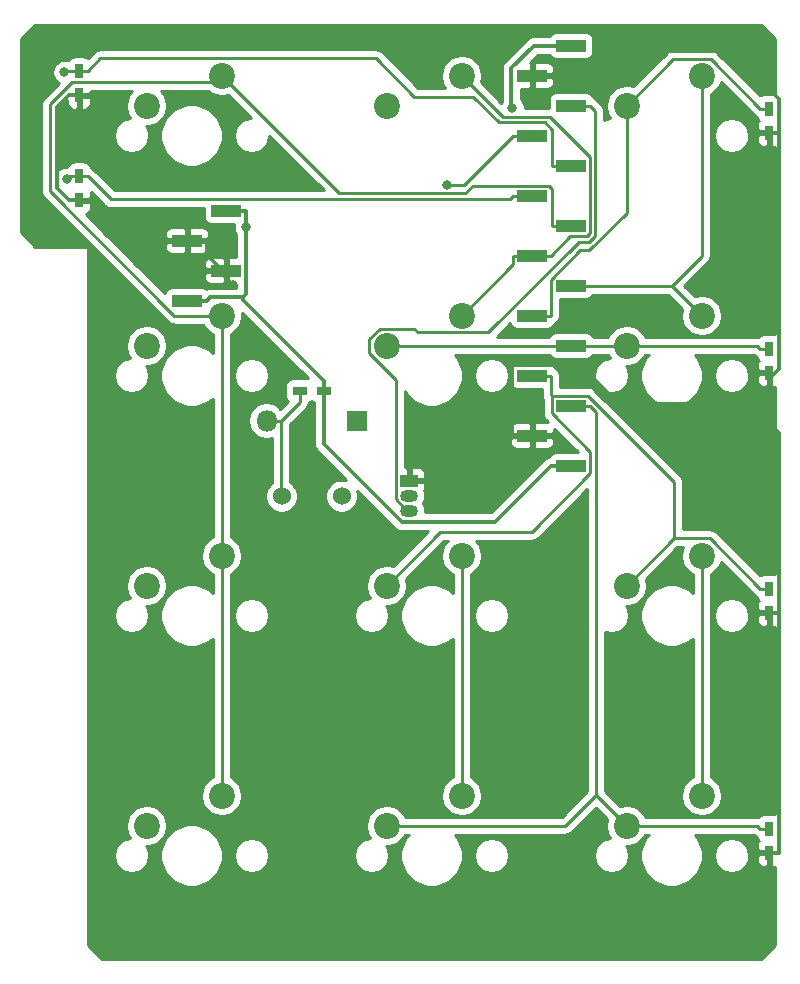
<source format=gbl>
G04 #@! TF.GenerationSoftware,KiCad,Pcbnew,(5.1.5)-3*
G04 #@! TF.CreationDate,2020-09-04T17:37:12+09:00*
G04 #@! TF.ProjectId,futureKeyboardLeft,66757475-7265-44b6-9579-626f6172644c,rev?*
G04 #@! TF.SameCoordinates,Original*
G04 #@! TF.FileFunction,Copper,L2,Bot*
G04 #@! TF.FilePolarity,Positive*
%FSLAX46Y46*%
G04 Gerber Fmt 4.6, Leading zero omitted, Abs format (unit mm)*
G04 Created by KiCad (PCBNEW (5.1.5)-3) date 2020-09-04 17:37:12*
%MOMM*%
%LPD*%
G04 APERTURE LIST*
%ADD10R,1.800000X1.800000*%
%ADD11O,1.800000X1.800000*%
%ADD12C,1.524000*%
%ADD13O,1.500000X1.050000*%
%ADD14R,1.500000X1.050000*%
%ADD15R,1.200000X0.800000*%
%ADD16R,0.800000X1.200000*%
%ADD17C,2.200000*%
%ADD18R,2.510000X1.000000*%
%ADD19C,0.800000*%
%ADD20C,0.250000*%
%ADD21C,0.350000*%
%ADD22C,0.254000*%
G04 APERTURE END LIST*
D10*
X154940000Y-60325000D03*
D11*
X147320000Y-60325000D03*
D12*
X153670000Y-66715000D03*
X148590000Y-66715000D03*
D13*
X159385000Y-66675000D03*
X159385000Y-67945000D03*
D14*
X159385000Y-65405000D03*
D15*
X150114000Y-57785000D03*
X152146000Y-57785000D03*
D16*
X189865000Y-33909000D03*
X189865000Y-35941000D03*
X189865000Y-56261000D03*
X189865000Y-54229000D03*
X189865000Y-74549000D03*
X189865000Y-76581000D03*
X189865000Y-96901000D03*
X189865000Y-94869000D03*
X131445000Y-30734000D03*
X131445000Y-32766000D03*
X131445000Y-41656000D03*
X131445000Y-39624000D03*
D17*
X137160000Y-33655000D03*
X143510000Y-31115000D03*
X137160000Y-53975000D03*
X143510000Y-51435000D03*
X143510000Y-71755000D03*
X137160000Y-74295000D03*
X143510000Y-92075000D03*
X137160000Y-94615000D03*
X163830000Y-31115000D03*
X157480000Y-33655000D03*
X163830000Y-51435000D03*
X157480000Y-53975000D03*
X157480000Y-74295000D03*
X163830000Y-71755000D03*
X157480000Y-94615000D03*
X163830000Y-92075000D03*
X184150000Y-31115000D03*
X177800000Y-33655000D03*
X184150000Y-51435000D03*
X177800000Y-53975000D03*
X177800000Y-74295000D03*
X184150000Y-71755000D03*
X177800000Y-94615000D03*
X184150000Y-92075000D03*
D18*
X169795000Y-61595000D03*
X169795000Y-56515000D03*
X169795000Y-51435000D03*
X169795000Y-46355000D03*
X169795000Y-41275000D03*
X169795000Y-36195000D03*
X169795000Y-31115000D03*
X173105000Y-64135000D03*
X173105000Y-59055000D03*
X173105000Y-53975000D03*
X173105000Y-48895000D03*
X173105000Y-43815000D03*
X173105000Y-38735000D03*
X173105000Y-33655000D03*
X173105000Y-28575000D03*
X140585000Y-50165000D03*
X140585000Y-45085000D03*
X143895000Y-47625000D03*
X143895000Y-42545000D03*
D19*
X168139300Y-33860700D03*
X145575300Y-43960100D03*
X162578700Y-40365400D03*
X144495300Y-48825500D03*
X130394800Y-39882600D03*
X130204100Y-30821300D03*
D20*
X148545300Y-60325000D02*
X150114000Y-58756300D01*
X150114000Y-58756300D02*
X150114000Y-57785000D01*
X148545300Y-60325000D02*
X148545300Y-66670300D01*
X148545300Y-66670300D02*
X148590000Y-66715000D01*
X147320000Y-60325000D02*
X148545300Y-60325000D01*
D21*
X145297900Y-49904300D02*
X145297900Y-50111600D01*
X145297900Y-50111600D02*
X152146000Y-56959700D01*
X145575300Y-43960100D02*
X145575300Y-49626900D01*
X145575300Y-49626900D02*
X145297900Y-49904300D01*
X145297900Y-49904300D02*
X142526000Y-49904300D01*
X142526000Y-49904300D02*
X142265300Y-50165000D01*
X152146000Y-57785000D02*
X152146000Y-56959700D01*
X140585000Y-50165000D02*
X142265300Y-50165000D01*
X145575300Y-42545000D02*
X145575300Y-43960100D01*
X173105000Y-28575000D02*
X169938900Y-28575000D01*
X169938900Y-28575000D02*
X168045900Y-30468000D01*
X168045900Y-30468000D02*
X168045900Y-33767300D01*
X168045900Y-33767300D02*
X168139300Y-33860700D01*
X173105000Y-64135000D02*
X171424700Y-64135000D01*
X152146000Y-57785000D02*
X152146000Y-62293600D01*
X152146000Y-62293600D02*
X158749500Y-68897100D01*
X158749500Y-68897100D02*
X166662600Y-68897100D01*
X166662600Y-68897100D02*
X171424700Y-64135000D01*
X143895000Y-42545000D02*
X145575300Y-42545000D01*
D20*
X168214700Y-36195000D02*
X164044300Y-40365400D01*
X164044300Y-40365400D02*
X162578700Y-40365400D01*
X169795000Y-36195000D02*
X168214700Y-36195000D01*
D21*
X188210900Y-58940400D02*
X177152000Y-58940400D01*
X177152000Y-58940400D02*
X173796400Y-55584800D01*
X173796400Y-55584800D02*
X168295300Y-55584800D01*
X168295300Y-55584800D02*
X168114700Y-55765400D01*
X168114700Y-55765400D02*
X168114700Y-61595000D01*
X189865000Y-57286300D02*
X188210900Y-58940400D01*
X188210900Y-58940400D02*
X190690300Y-61419800D01*
X190690300Y-61419800D02*
X190690300Y-76581000D01*
X169795000Y-61595000D02*
X168114700Y-61595000D01*
X159385000Y-65405000D02*
X164304700Y-65405000D01*
X164304700Y-65405000D02*
X168114700Y-61595000D01*
X189865000Y-96901000D02*
X190690300Y-96901000D01*
X190690300Y-76581000D02*
X190690300Y-96901000D01*
X190690300Y-35941000D02*
X190690300Y-33100400D01*
X190690300Y-33100400D02*
X186668200Y-29078300D01*
X186668200Y-29078300D02*
X180219500Y-29078300D01*
X180219500Y-29078300D02*
X178182800Y-31115000D01*
X178182800Y-31115000D02*
X169795000Y-31115000D01*
X190540200Y-35941000D02*
X190690300Y-35941000D01*
X189865000Y-35941000D02*
X190540200Y-35941000D01*
X189865000Y-56773600D02*
X190690300Y-55948300D01*
X190690300Y-55948300D02*
X190690300Y-35941000D01*
X189865000Y-56773600D02*
X189865000Y-57286300D01*
X189865000Y-56261000D02*
X189865000Y-56773600D01*
X189865000Y-76581000D02*
X190690300Y-76581000D01*
X140585000Y-45085000D02*
X142265300Y-45085000D01*
X143594900Y-47625000D02*
X142265300Y-46295400D01*
X142265300Y-46295400D02*
X142265300Y-45085000D01*
X143594900Y-47625000D02*
X143294800Y-47625000D01*
X143895000Y-47625000D02*
X143594900Y-47625000D01*
X131445000Y-41656000D02*
X132270300Y-41656000D01*
X140585000Y-45085000D02*
X135699300Y-45085000D01*
X135699300Y-45085000D02*
X132270300Y-41656000D01*
X131445000Y-32766000D02*
X130619700Y-32766000D01*
X131445000Y-41656000D02*
X130619700Y-41656000D01*
X130619700Y-41656000D02*
X129566400Y-40602700D01*
X129566400Y-40602700D02*
X129566400Y-33819300D01*
X129566400Y-33819300D02*
X130619700Y-32766000D01*
X143294800Y-47625000D02*
X144495300Y-48825500D01*
D20*
X169795000Y-56515000D02*
X171375300Y-56515000D01*
X171475000Y-58221500D02*
X171475000Y-59727200D01*
X171475000Y-59727200D02*
X174735300Y-62987500D01*
X174735300Y-62987500D02*
X174735300Y-64790400D01*
X174735300Y-64790400D02*
X169796500Y-69729200D01*
X169796500Y-69729200D02*
X162045800Y-69729200D01*
X162045800Y-69729200D02*
X157480000Y-74295000D01*
X171375300Y-56515000D02*
X171375300Y-58121800D01*
X171375300Y-58121800D02*
X171475000Y-58221500D01*
X171475000Y-58221500D02*
X174512900Y-58221500D01*
X174512900Y-58221500D02*
X181787900Y-65496500D01*
X181787900Y-65496500D02*
X181787900Y-70307100D01*
X181787900Y-70307100D02*
X177800000Y-74295000D01*
X189139700Y-74549000D02*
X184897800Y-70307100D01*
X184897800Y-70307100D02*
X181787900Y-70307100D01*
X189865000Y-74549000D02*
X189139700Y-74549000D01*
X177800000Y-33655000D02*
X181770800Y-29684200D01*
X181770800Y-29684200D02*
X184914900Y-29684200D01*
X184914900Y-29684200D02*
X189139700Y-33909000D01*
X171375300Y-51435000D02*
X171375300Y-48398700D01*
X171375300Y-48398700D02*
X173877900Y-45896100D01*
X173877900Y-45896100D02*
X174639200Y-45896100D01*
X174639200Y-45896100D02*
X177800000Y-42735300D01*
X177800000Y-42735300D02*
X177800000Y-33655000D01*
X189865000Y-33909000D02*
X189139700Y-33909000D01*
X169795000Y-51435000D02*
X171375300Y-51435000D01*
X169795000Y-46355000D02*
X168214700Y-46355000D01*
X168214700Y-46355000D02*
X168214700Y-47050300D01*
X168214700Y-47050300D02*
X163830000Y-51435000D01*
X170274900Y-46355000D02*
X169795000Y-46355000D01*
X171375300Y-46355000D02*
X173012400Y-44717900D01*
X173012400Y-44717900D02*
X174441300Y-44717900D01*
X174441300Y-44717900D02*
X174685300Y-44473900D01*
X174685300Y-44473900D02*
X174685300Y-37998000D01*
X174685300Y-37998000D02*
X171323400Y-34636100D01*
X171323400Y-34636100D02*
X167351100Y-34636100D01*
X167351100Y-34636100D02*
X163830000Y-31115000D01*
X170274900Y-46355000D02*
X171375300Y-46355000D01*
X163830000Y-92075000D02*
X163830000Y-71755000D01*
X131445000Y-39624000D02*
X132170300Y-39624000D01*
X169795000Y-41275000D02*
X168214700Y-41275000D01*
X168214700Y-41275000D02*
X167899800Y-41589900D01*
X167899800Y-41589900D02*
X134136200Y-41589900D01*
X134136200Y-41589900D02*
X132170300Y-39624000D01*
X130394800Y-39882600D02*
X130653400Y-39624000D01*
X130653400Y-39624000D02*
X131445000Y-39624000D01*
X175213900Y-92028900D02*
X177800000Y-94615000D01*
X174685300Y-59055000D02*
X175213900Y-59583600D01*
X175213900Y-59583600D02*
X175213900Y-92028900D01*
X157480000Y-94615000D02*
X172627800Y-94615000D01*
X172627800Y-94615000D02*
X175213900Y-92028900D01*
X173105000Y-59055000D02*
X174685300Y-59055000D01*
X189865000Y-94869000D02*
X189139700Y-94869000D01*
X177800000Y-94615000D02*
X188885700Y-94615000D01*
X188885700Y-94615000D02*
X189139700Y-94869000D01*
X157480000Y-53975000D02*
X173105000Y-53975000D01*
X189865000Y-54229000D02*
X189139700Y-54229000D01*
X177800000Y-53975000D02*
X188885700Y-53975000D01*
X188885700Y-53975000D02*
X189139700Y-54229000D01*
X173105000Y-53975000D02*
X177800000Y-53975000D01*
X181610000Y-48895000D02*
X184150000Y-51435000D01*
X173105000Y-48895000D02*
X181610000Y-48895000D01*
X184150000Y-31115000D02*
X184150000Y-46355000D01*
X184150000Y-46355000D02*
X181610000Y-48895000D01*
X184150000Y-92075000D02*
X184150000Y-71755000D01*
X171524700Y-43815000D02*
X171524700Y-40724200D01*
X171524700Y-40724200D02*
X171239700Y-40439200D01*
X171239700Y-40439200D02*
X164770000Y-40439200D01*
X164770000Y-40439200D02*
X164118300Y-41090900D01*
X164118300Y-41090900D02*
X153485900Y-41090900D01*
X153485900Y-41090900D02*
X143510000Y-31115000D01*
X173105000Y-43815000D02*
X171524700Y-43815000D01*
X143510000Y-51435000D02*
X139516000Y-51435000D01*
X139516000Y-51435000D02*
X128998200Y-40917200D01*
X128998200Y-40917200D02*
X128998200Y-33556900D01*
X128998200Y-33556900D02*
X130883400Y-31671700D01*
X130883400Y-31671700D02*
X142953300Y-31671700D01*
X142953300Y-31671700D02*
X143510000Y-31115000D01*
X143510000Y-51435000D02*
X143510000Y-71755000D01*
X143510000Y-71755000D02*
X143510000Y-92075000D01*
X131445000Y-30734000D02*
X132170300Y-30734000D01*
X173105000Y-38735000D02*
X171524700Y-38735000D01*
X171524700Y-38735000D02*
X171524700Y-35687200D01*
X171524700Y-35687200D02*
X170923900Y-35086400D01*
X170923900Y-35086400D02*
X166994600Y-35086400D01*
X166994600Y-35086400D02*
X164803800Y-32895600D01*
X164803800Y-32895600D02*
X159843400Y-32895600D01*
X159843400Y-32895600D02*
X156613400Y-29665600D01*
X156613400Y-29665600D02*
X133238700Y-29665600D01*
X133238700Y-29665600D02*
X132170300Y-30734000D01*
X131445000Y-30734000D02*
X130291400Y-30734000D01*
X130291400Y-30734000D02*
X130204100Y-30821300D01*
X173105000Y-33655000D02*
X174685300Y-33655000D01*
X174685300Y-33655000D02*
X175135700Y-34105400D01*
X175135700Y-34105400D02*
X175135700Y-44672700D01*
X175135700Y-44672700D02*
X174640100Y-45168300D01*
X174640100Y-45168300D02*
X173775800Y-45168300D01*
X173775800Y-45168300D02*
X166083700Y-52860400D01*
X166083700Y-52860400D02*
X160156000Y-52860400D01*
X160156000Y-52860400D02*
X159829200Y-52533600D01*
X159829200Y-52533600D02*
X156896000Y-52533600D01*
X156896000Y-52533600D02*
X156009600Y-53420000D01*
X156009600Y-53420000D02*
X156009600Y-54603500D01*
X156009600Y-54603500D02*
X158256700Y-56850600D01*
X158256700Y-56850600D02*
X158256700Y-66994000D01*
X158256700Y-66994000D02*
X159207700Y-67945000D01*
X159207700Y-67945000D02*
X159385000Y-67945000D01*
D22*
G36*
X190373000Y-27992606D02*
G01*
X190373000Y-32681565D01*
X190265000Y-32670928D01*
X189465000Y-32670928D01*
X189340518Y-32683188D01*
X189220820Y-32719498D01*
X189110506Y-32778463D01*
X189095929Y-32790426D01*
X185478704Y-29173203D01*
X185454901Y-29144199D01*
X185339176Y-29049226D01*
X185207147Y-28978654D01*
X185063886Y-28935197D01*
X184952233Y-28924200D01*
X184952222Y-28924200D01*
X184914900Y-28920524D01*
X184877578Y-28924200D01*
X181808122Y-28924200D01*
X181770799Y-28920524D01*
X181733476Y-28924200D01*
X181733467Y-28924200D01*
X181621814Y-28935197D01*
X181478553Y-28978654D01*
X181346524Y-29049226D01*
X181230799Y-29144199D01*
X181207001Y-29173197D01*
X178367912Y-32012286D01*
X178306081Y-31986675D01*
X177970883Y-31920000D01*
X177629117Y-31920000D01*
X177293919Y-31986675D01*
X176978169Y-32117463D01*
X176694002Y-32307337D01*
X176452337Y-32549002D01*
X176262463Y-32833169D01*
X176131675Y-33148919D01*
X176065000Y-33484117D01*
X176065000Y-33825883D01*
X176131675Y-34161081D01*
X176262463Y-34476831D01*
X176418261Y-34710000D01*
X176383740Y-34710000D01*
X176096842Y-34767068D01*
X175895700Y-34850383D01*
X175895700Y-34142725D01*
X175899376Y-34105400D01*
X175895700Y-34068075D01*
X175895700Y-34068067D01*
X175884703Y-33956414D01*
X175841246Y-33813153D01*
X175770674Y-33681124D01*
X175675701Y-33565399D01*
X175646698Y-33541597D01*
X175249104Y-33144003D01*
X175225301Y-33114999D01*
X175109576Y-33020026D01*
X174977547Y-32949454D01*
X174959567Y-32944000D01*
X174949502Y-32910820D01*
X174890537Y-32800506D01*
X174811185Y-32703815D01*
X174714494Y-32624463D01*
X174604180Y-32565498D01*
X174484482Y-32529188D01*
X174360000Y-32516928D01*
X171850000Y-32516928D01*
X171725518Y-32529188D01*
X171605820Y-32565498D01*
X171495506Y-32624463D01*
X171398815Y-32703815D01*
X171319463Y-32800506D01*
X171260498Y-32910820D01*
X171224188Y-33030518D01*
X171211928Y-33155000D01*
X171211928Y-33876100D01*
X169174300Y-33876100D01*
X169174300Y-33758761D01*
X169134526Y-33558802D01*
X169056505Y-33370444D01*
X168943237Y-33200926D01*
X168855900Y-33113589D01*
X168855900Y-32252071D01*
X169509250Y-32250000D01*
X169668000Y-32091250D01*
X169668000Y-31242000D01*
X169922000Y-31242000D01*
X169922000Y-32091250D01*
X170080750Y-32250000D01*
X171050000Y-32253072D01*
X171174482Y-32240812D01*
X171294180Y-32204502D01*
X171404494Y-32145537D01*
X171501185Y-32066185D01*
X171580537Y-31969494D01*
X171639502Y-31859180D01*
X171675812Y-31739482D01*
X171688072Y-31615000D01*
X171685000Y-31400750D01*
X171526250Y-31242000D01*
X169922000Y-31242000D01*
X169668000Y-31242000D01*
X169648000Y-31242000D01*
X169648000Y-30988000D01*
X169668000Y-30988000D01*
X169668000Y-30138750D01*
X169922000Y-30138750D01*
X169922000Y-30988000D01*
X171526250Y-30988000D01*
X171685000Y-30829250D01*
X171688072Y-30615000D01*
X171675812Y-30490518D01*
X171639502Y-30370820D01*
X171580537Y-30260506D01*
X171501185Y-30163815D01*
X171404494Y-30084463D01*
X171294180Y-30025498D01*
X171174482Y-29989188D01*
X171050000Y-29976928D01*
X170080750Y-29980000D01*
X169922000Y-30138750D01*
X169668000Y-30138750D01*
X169594331Y-30065081D01*
X170274413Y-29385000D01*
X171295680Y-29385000D01*
X171319463Y-29429494D01*
X171398815Y-29526185D01*
X171495506Y-29605537D01*
X171605820Y-29664502D01*
X171725518Y-29700812D01*
X171850000Y-29713072D01*
X174360000Y-29713072D01*
X174484482Y-29700812D01*
X174604180Y-29664502D01*
X174714494Y-29605537D01*
X174811185Y-29526185D01*
X174890537Y-29429494D01*
X174949502Y-29319180D01*
X174985812Y-29199482D01*
X174998072Y-29075000D01*
X174998072Y-28075000D01*
X174985812Y-27950518D01*
X174949502Y-27830820D01*
X174890537Y-27720506D01*
X174811185Y-27623815D01*
X174714494Y-27544463D01*
X174604180Y-27485498D01*
X174484482Y-27449188D01*
X174360000Y-27436928D01*
X171850000Y-27436928D01*
X171725518Y-27449188D01*
X171605820Y-27485498D01*
X171495506Y-27544463D01*
X171398815Y-27623815D01*
X171319463Y-27720506D01*
X171295680Y-27765000D01*
X169978687Y-27765000D01*
X169938899Y-27761081D01*
X169899111Y-27765000D01*
X169899109Y-27765000D01*
X169780112Y-27776720D01*
X169627427Y-27823037D01*
X169582206Y-27847208D01*
X169486710Y-27898251D01*
X169450504Y-27927965D01*
X169363372Y-27999472D01*
X169338005Y-28030382D01*
X167501287Y-29867101D01*
X167470372Y-29892472D01*
X167403465Y-29974000D01*
X167369151Y-30015811D01*
X167332456Y-30084463D01*
X167293937Y-30156528D01*
X167247620Y-30309213D01*
X167237240Y-30414603D01*
X167231981Y-30468000D01*
X167235900Y-30507788D01*
X167235901Y-33349782D01*
X167222095Y-33370444D01*
X167203980Y-33414177D01*
X165472714Y-31682912D01*
X165498325Y-31621081D01*
X165565000Y-31285883D01*
X165565000Y-30944117D01*
X165498325Y-30608919D01*
X165367537Y-30293169D01*
X165177663Y-30009002D01*
X164935998Y-29767337D01*
X164651831Y-29577463D01*
X164336081Y-29446675D01*
X164000883Y-29380000D01*
X163659117Y-29380000D01*
X163323919Y-29446675D01*
X163008169Y-29577463D01*
X162724002Y-29767337D01*
X162482337Y-30009002D01*
X162292463Y-30293169D01*
X162161675Y-30608919D01*
X162095000Y-30944117D01*
X162095000Y-31285883D01*
X162161675Y-31621081D01*
X162292463Y-31936831D01*
X162425276Y-32135600D01*
X160158202Y-32135600D01*
X157177204Y-29154603D01*
X157153401Y-29125599D01*
X157037676Y-29030626D01*
X156905647Y-28960054D01*
X156762386Y-28916597D01*
X156650733Y-28905600D01*
X156650722Y-28905600D01*
X156613400Y-28901924D01*
X156576078Y-28905600D01*
X133276025Y-28905600D01*
X133238700Y-28901924D01*
X133201375Y-28905600D01*
X133201367Y-28905600D01*
X133089714Y-28916597D01*
X132946453Y-28960054D01*
X132814424Y-29030626D01*
X132698699Y-29125599D01*
X132674901Y-29154597D01*
X132214072Y-29615427D01*
X132199494Y-29603463D01*
X132089180Y-29544498D01*
X131969482Y-29508188D01*
X131845000Y-29495928D01*
X131045000Y-29495928D01*
X130920518Y-29508188D01*
X130800820Y-29544498D01*
X130690506Y-29603463D01*
X130593815Y-29682815D01*
X130514463Y-29779506D01*
X130491150Y-29823121D01*
X130306039Y-29786300D01*
X130102161Y-29786300D01*
X129902202Y-29826074D01*
X129713844Y-29904095D01*
X129544326Y-30017363D01*
X129400163Y-30161526D01*
X129286895Y-30331044D01*
X129208874Y-30519402D01*
X129169100Y-30719361D01*
X129169100Y-30923239D01*
X129208874Y-31123198D01*
X129286895Y-31311556D01*
X129400163Y-31481074D01*
X129544326Y-31625237D01*
X129713844Y-31738505D01*
X129733607Y-31746691D01*
X128487198Y-32993101D01*
X128458200Y-33016899D01*
X128434402Y-33045897D01*
X128434401Y-33045898D01*
X128363226Y-33132624D01*
X128292654Y-33264654D01*
X128249198Y-33407915D01*
X128234524Y-33556900D01*
X128238201Y-33594232D01*
X128238200Y-40879878D01*
X128234524Y-40917200D01*
X128238200Y-40954522D01*
X128238200Y-40954532D01*
X128249197Y-41066185D01*
X128286210Y-41188203D01*
X128292654Y-41209446D01*
X128363226Y-41341476D01*
X128397424Y-41383146D01*
X128458199Y-41457201D01*
X128487203Y-41481004D01*
X138952205Y-51946008D01*
X138975999Y-51975001D01*
X139004992Y-51998795D01*
X139004996Y-51998799D01*
X139075685Y-52056811D01*
X139091724Y-52069974D01*
X139223753Y-52140546D01*
X139367014Y-52184003D01*
X139478667Y-52195000D01*
X139478676Y-52195000D01*
X139515999Y-52198676D01*
X139553322Y-52195000D01*
X141946852Y-52195000D01*
X141972463Y-52256831D01*
X142162337Y-52540998D01*
X142404002Y-52782663D01*
X142688169Y-52972537D01*
X142750000Y-52998148D01*
X142750000Y-54568547D01*
X142649715Y-54468262D01*
X142218141Y-54179893D01*
X141738601Y-53981261D01*
X141229525Y-53880000D01*
X140710475Y-53880000D01*
X140201399Y-53981261D01*
X139721859Y-54179893D01*
X139290285Y-54468262D01*
X138923262Y-54835285D01*
X138634893Y-55266859D01*
X138436261Y-55746399D01*
X138335000Y-56255475D01*
X138335000Y-56774525D01*
X138436261Y-57283601D01*
X138634893Y-57763141D01*
X138923262Y-58194715D01*
X139290285Y-58561738D01*
X139721859Y-58850107D01*
X140201399Y-59048739D01*
X140710475Y-59150000D01*
X141229525Y-59150000D01*
X141738601Y-59048739D01*
X142218141Y-58850107D01*
X142649715Y-58561738D01*
X142750000Y-58461453D01*
X142750001Y-70191851D01*
X142688169Y-70217463D01*
X142404002Y-70407337D01*
X142162337Y-70649002D01*
X141972463Y-70933169D01*
X141841675Y-71248919D01*
X141775000Y-71584117D01*
X141775000Y-71925883D01*
X141841675Y-72261081D01*
X141972463Y-72576831D01*
X142162337Y-72860998D01*
X142404002Y-73102663D01*
X142688169Y-73292537D01*
X142750000Y-73318148D01*
X142750000Y-74888547D01*
X142649715Y-74788262D01*
X142218141Y-74499893D01*
X141738601Y-74301261D01*
X141229525Y-74200000D01*
X140710475Y-74200000D01*
X140201399Y-74301261D01*
X139721859Y-74499893D01*
X139290285Y-74788262D01*
X138923262Y-75155285D01*
X138634893Y-75586859D01*
X138436261Y-76066399D01*
X138335000Y-76575475D01*
X138335000Y-77094525D01*
X138436261Y-77603601D01*
X138634893Y-78083141D01*
X138923262Y-78514715D01*
X139290285Y-78881738D01*
X139721859Y-79170107D01*
X140201399Y-79368739D01*
X140710475Y-79470000D01*
X141229525Y-79470000D01*
X141738601Y-79368739D01*
X142218141Y-79170107D01*
X142649715Y-78881738D01*
X142750000Y-78781453D01*
X142750001Y-90511851D01*
X142688169Y-90537463D01*
X142404002Y-90727337D01*
X142162337Y-90969002D01*
X141972463Y-91253169D01*
X141841675Y-91568919D01*
X141775000Y-91904117D01*
X141775000Y-92245883D01*
X141841675Y-92581081D01*
X141972463Y-92896831D01*
X142162337Y-93180998D01*
X142404002Y-93422663D01*
X142688169Y-93612537D01*
X143003919Y-93743325D01*
X143339117Y-93810000D01*
X143680883Y-93810000D01*
X144016081Y-93743325D01*
X144331831Y-93612537D01*
X144615998Y-93422663D01*
X144857663Y-93180998D01*
X145047537Y-92896831D01*
X145178325Y-92581081D01*
X145245000Y-92245883D01*
X145245000Y-91904117D01*
X145178325Y-91568919D01*
X145047537Y-91253169D01*
X144857663Y-90969002D01*
X144615998Y-90727337D01*
X144331831Y-90537463D01*
X144270000Y-90511852D01*
X144270000Y-76688740D01*
X144565000Y-76688740D01*
X144565000Y-76981260D01*
X144622068Y-77268158D01*
X144734010Y-77538411D01*
X144896525Y-77781632D01*
X145103368Y-77988475D01*
X145346589Y-78150990D01*
X145616842Y-78262932D01*
X145903740Y-78320000D01*
X146196260Y-78320000D01*
X146483158Y-78262932D01*
X146753411Y-78150990D01*
X146996632Y-77988475D01*
X147203475Y-77781632D01*
X147365990Y-77538411D01*
X147477932Y-77268158D01*
X147535000Y-76981260D01*
X147535000Y-76688740D01*
X147477932Y-76401842D01*
X147365990Y-76131589D01*
X147203475Y-75888368D01*
X146996632Y-75681525D01*
X146753411Y-75519010D01*
X146483158Y-75407068D01*
X146196260Y-75350000D01*
X145903740Y-75350000D01*
X145616842Y-75407068D01*
X145346589Y-75519010D01*
X145103368Y-75681525D01*
X144896525Y-75888368D01*
X144734010Y-76131589D01*
X144622068Y-76401842D01*
X144565000Y-76688740D01*
X144270000Y-76688740D01*
X144270000Y-73318148D01*
X144331831Y-73292537D01*
X144615998Y-73102663D01*
X144857663Y-72860998D01*
X145047537Y-72576831D01*
X145178325Y-72261081D01*
X145245000Y-71925883D01*
X145245000Y-71584117D01*
X145178325Y-71248919D01*
X145047537Y-70933169D01*
X144857663Y-70649002D01*
X144615998Y-70407337D01*
X144331831Y-70217463D01*
X144270000Y-70191852D01*
X144270000Y-56368740D01*
X144565000Y-56368740D01*
X144565000Y-56661260D01*
X144622068Y-56948158D01*
X144734010Y-57218411D01*
X144896525Y-57461632D01*
X145103368Y-57668475D01*
X145346589Y-57830990D01*
X145616842Y-57942932D01*
X145903740Y-58000000D01*
X146196260Y-58000000D01*
X146483158Y-57942932D01*
X146753411Y-57830990D01*
X146996632Y-57668475D01*
X147203475Y-57461632D01*
X147365990Y-57218411D01*
X147477932Y-56948158D01*
X147535000Y-56661260D01*
X147535000Y-56368740D01*
X147477932Y-56081842D01*
X147365990Y-55811589D01*
X147203475Y-55568368D01*
X146996632Y-55361525D01*
X146753411Y-55199010D01*
X146483158Y-55087068D01*
X146196260Y-55030000D01*
X145903740Y-55030000D01*
X145616842Y-55087068D01*
X145346589Y-55199010D01*
X145103368Y-55361525D01*
X144896525Y-55568368D01*
X144734010Y-55811589D01*
X144622068Y-56081842D01*
X144565000Y-56368740D01*
X144270000Y-56368740D01*
X144270000Y-52998148D01*
X144331831Y-52972537D01*
X144615998Y-52782663D01*
X144857663Y-52540998D01*
X145047537Y-52256831D01*
X145178325Y-51941081D01*
X145245000Y-51605883D01*
X145245000Y-51264117D01*
X145230125Y-51189338D01*
X150795768Y-56754981D01*
X150714000Y-56746928D01*
X149514000Y-56746928D01*
X149389518Y-56759188D01*
X149269820Y-56795498D01*
X149159506Y-56854463D01*
X149062815Y-56933815D01*
X148983463Y-57030506D01*
X148924498Y-57140820D01*
X148888188Y-57260518D01*
X148875928Y-57385000D01*
X148875928Y-58185000D01*
X148888188Y-58309482D01*
X148924498Y-58429180D01*
X148983463Y-58539494D01*
X149062815Y-58636185D01*
X149115816Y-58679682D01*
X148480658Y-59314841D01*
X148298505Y-59132688D01*
X148047095Y-58964701D01*
X147767743Y-58848989D01*
X147471184Y-58790000D01*
X147168816Y-58790000D01*
X146872257Y-58848989D01*
X146592905Y-58964701D01*
X146341495Y-59132688D01*
X146127688Y-59346495D01*
X145959701Y-59597905D01*
X145843989Y-59877257D01*
X145785000Y-60173816D01*
X145785000Y-60476184D01*
X145843989Y-60772743D01*
X145959701Y-61052095D01*
X146127688Y-61303505D01*
X146341495Y-61517312D01*
X146592905Y-61685299D01*
X146872257Y-61801011D01*
X147168816Y-61860000D01*
X147471184Y-61860000D01*
X147767743Y-61801011D01*
X147785300Y-61793739D01*
X147785301Y-65572526D01*
X147699465Y-65629880D01*
X147504880Y-65824465D01*
X147351995Y-66053273D01*
X147246686Y-66307510D01*
X147193000Y-66577408D01*
X147193000Y-66852592D01*
X147246686Y-67122490D01*
X147351995Y-67376727D01*
X147504880Y-67605535D01*
X147699465Y-67800120D01*
X147928273Y-67953005D01*
X148182510Y-68058314D01*
X148452408Y-68112000D01*
X148727592Y-68112000D01*
X148997490Y-68058314D01*
X149251727Y-67953005D01*
X149480535Y-67800120D01*
X149675120Y-67605535D01*
X149828005Y-67376727D01*
X149933314Y-67122490D01*
X149987000Y-66852592D01*
X149987000Y-66577408D01*
X149933314Y-66307510D01*
X149828005Y-66053273D01*
X149675120Y-65824465D01*
X149480535Y-65629880D01*
X149305300Y-65512791D01*
X149305300Y-60639801D01*
X150625004Y-59320098D01*
X150654001Y-59296301D01*
X150748974Y-59180576D01*
X150819546Y-59048547D01*
X150863003Y-58905286D01*
X150873350Y-58800235D01*
X150958180Y-58774502D01*
X151068494Y-58715537D01*
X151130000Y-58665060D01*
X151191506Y-58715537D01*
X151301820Y-58774502D01*
X151336000Y-58784870D01*
X151336001Y-62253802D01*
X151332081Y-62293600D01*
X151346305Y-62438010D01*
X151347240Y-62447499D01*
X151347721Y-62452387D01*
X151394038Y-62605073D01*
X151469251Y-62745789D01*
X151524852Y-62813539D01*
X151570473Y-62869128D01*
X151601383Y-62894495D01*
X154079340Y-65372452D01*
X154077490Y-65371686D01*
X153807592Y-65318000D01*
X153532408Y-65318000D01*
X153262510Y-65371686D01*
X153008273Y-65476995D01*
X152779465Y-65629880D01*
X152584880Y-65824465D01*
X152431995Y-66053273D01*
X152326686Y-66307510D01*
X152273000Y-66577408D01*
X152273000Y-66852592D01*
X152326686Y-67122490D01*
X152431995Y-67376727D01*
X152584880Y-67605535D01*
X152779465Y-67800120D01*
X153008273Y-67953005D01*
X153262510Y-68058314D01*
X153532408Y-68112000D01*
X153807592Y-68112000D01*
X154077490Y-68058314D01*
X154331727Y-67953005D01*
X154560535Y-67800120D01*
X154755120Y-67605535D01*
X154908005Y-67376727D01*
X155013314Y-67122490D01*
X155067000Y-66852592D01*
X155067000Y-66577408D01*
X155013314Y-66307510D01*
X155012548Y-66305660D01*
X158148605Y-69441718D01*
X158173972Y-69472628D01*
X158241710Y-69528219D01*
X158297310Y-69573849D01*
X158372524Y-69614051D01*
X158438027Y-69649063D01*
X158590712Y-69695380D01*
X158709709Y-69707100D01*
X158709711Y-69707100D01*
X158749499Y-69711019D01*
X158789287Y-69707100D01*
X160993098Y-69707100D01*
X158047912Y-72652286D01*
X157986081Y-72626675D01*
X157650883Y-72560000D01*
X157309117Y-72560000D01*
X156973919Y-72626675D01*
X156658169Y-72757463D01*
X156374002Y-72947337D01*
X156132337Y-73189002D01*
X155942463Y-73473169D01*
X155811675Y-73788919D01*
X155745000Y-74124117D01*
X155745000Y-74465883D01*
X155811675Y-74801081D01*
X155942463Y-75116831D01*
X156098261Y-75350000D01*
X156063740Y-75350000D01*
X155776842Y-75407068D01*
X155506589Y-75519010D01*
X155263368Y-75681525D01*
X155056525Y-75888368D01*
X154894010Y-76131589D01*
X154782068Y-76401842D01*
X154725000Y-76688740D01*
X154725000Y-76981260D01*
X154782068Y-77268158D01*
X154894010Y-77538411D01*
X155056525Y-77781632D01*
X155263368Y-77988475D01*
X155506589Y-78150990D01*
X155776842Y-78262932D01*
X156063740Y-78320000D01*
X156356260Y-78320000D01*
X156643158Y-78262932D01*
X156913411Y-78150990D01*
X157156632Y-77988475D01*
X157363475Y-77781632D01*
X157525990Y-77538411D01*
X157637932Y-77268158D01*
X157695000Y-76981260D01*
X157695000Y-76688740D01*
X157637932Y-76401842D01*
X157525990Y-76131589D01*
X157458110Y-76030000D01*
X157650883Y-76030000D01*
X157986081Y-75963325D01*
X158301831Y-75832537D01*
X158585998Y-75642663D01*
X158827663Y-75400998D01*
X159017537Y-75116831D01*
X159148325Y-74801081D01*
X159215000Y-74465883D01*
X159215000Y-74124117D01*
X159148325Y-73788919D01*
X159122714Y-73727088D01*
X162360602Y-70489200D01*
X162642139Y-70489200D01*
X162482337Y-70649002D01*
X162292463Y-70933169D01*
X162161675Y-71248919D01*
X162095000Y-71584117D01*
X162095000Y-71925883D01*
X162161675Y-72261081D01*
X162292463Y-72576831D01*
X162482337Y-72860998D01*
X162724002Y-73102663D01*
X163008169Y-73292537D01*
X163070001Y-73318149D01*
X163070001Y-74888548D01*
X162969715Y-74788262D01*
X162538141Y-74499893D01*
X162058601Y-74301261D01*
X161549525Y-74200000D01*
X161030475Y-74200000D01*
X160521399Y-74301261D01*
X160041859Y-74499893D01*
X159610285Y-74788262D01*
X159243262Y-75155285D01*
X158954893Y-75586859D01*
X158756261Y-76066399D01*
X158655000Y-76575475D01*
X158655000Y-77094525D01*
X158756261Y-77603601D01*
X158954893Y-78083141D01*
X159243262Y-78514715D01*
X159610285Y-78881738D01*
X160041859Y-79170107D01*
X160521399Y-79368739D01*
X161030475Y-79470000D01*
X161549525Y-79470000D01*
X162058601Y-79368739D01*
X162538141Y-79170107D01*
X162969715Y-78881738D01*
X163070001Y-78781452D01*
X163070000Y-90511852D01*
X163008169Y-90537463D01*
X162724002Y-90727337D01*
X162482337Y-90969002D01*
X162292463Y-91253169D01*
X162161675Y-91568919D01*
X162095000Y-91904117D01*
X162095000Y-92245883D01*
X162161675Y-92581081D01*
X162292463Y-92896831D01*
X162482337Y-93180998D01*
X162724002Y-93422663D01*
X163008169Y-93612537D01*
X163323919Y-93743325D01*
X163659117Y-93810000D01*
X164000883Y-93810000D01*
X164336081Y-93743325D01*
X164651831Y-93612537D01*
X164935998Y-93422663D01*
X165177663Y-93180998D01*
X165367537Y-92896831D01*
X165498325Y-92581081D01*
X165565000Y-92245883D01*
X165565000Y-91904117D01*
X165498325Y-91568919D01*
X165367537Y-91253169D01*
X165177663Y-90969002D01*
X164935998Y-90727337D01*
X164651831Y-90537463D01*
X164590000Y-90511852D01*
X164590000Y-76688740D01*
X164885000Y-76688740D01*
X164885000Y-76981260D01*
X164942068Y-77268158D01*
X165054010Y-77538411D01*
X165216525Y-77781632D01*
X165423368Y-77988475D01*
X165666589Y-78150990D01*
X165936842Y-78262932D01*
X166223740Y-78320000D01*
X166516260Y-78320000D01*
X166803158Y-78262932D01*
X167073411Y-78150990D01*
X167316632Y-77988475D01*
X167523475Y-77781632D01*
X167685990Y-77538411D01*
X167797932Y-77268158D01*
X167855000Y-76981260D01*
X167855000Y-76688740D01*
X167797932Y-76401842D01*
X167685990Y-76131589D01*
X167523475Y-75888368D01*
X167316632Y-75681525D01*
X167073411Y-75519010D01*
X166803158Y-75407068D01*
X166516260Y-75350000D01*
X166223740Y-75350000D01*
X165936842Y-75407068D01*
X165666589Y-75519010D01*
X165423368Y-75681525D01*
X165216525Y-75888368D01*
X165054010Y-76131589D01*
X164942068Y-76401842D01*
X164885000Y-76688740D01*
X164590000Y-76688740D01*
X164590000Y-73318148D01*
X164651831Y-73292537D01*
X164935998Y-73102663D01*
X165177663Y-72860998D01*
X165367537Y-72576831D01*
X165498325Y-72261081D01*
X165565000Y-71925883D01*
X165565000Y-71584117D01*
X165498325Y-71248919D01*
X165367537Y-70933169D01*
X165177663Y-70649002D01*
X165017861Y-70489200D01*
X169759178Y-70489200D01*
X169796500Y-70492876D01*
X169833822Y-70489200D01*
X169833833Y-70489200D01*
X169945486Y-70478203D01*
X170088747Y-70434746D01*
X170220776Y-70364174D01*
X170336501Y-70269201D01*
X170360304Y-70240197D01*
X174453900Y-66146602D01*
X174453901Y-91714097D01*
X172312999Y-93855000D01*
X159043148Y-93855000D01*
X159017537Y-93793169D01*
X158827663Y-93509002D01*
X158585998Y-93267337D01*
X158301831Y-93077463D01*
X157986081Y-92946675D01*
X157650883Y-92880000D01*
X157309117Y-92880000D01*
X156973919Y-92946675D01*
X156658169Y-93077463D01*
X156374002Y-93267337D01*
X156132337Y-93509002D01*
X155942463Y-93793169D01*
X155811675Y-94108919D01*
X155745000Y-94444117D01*
X155745000Y-94785883D01*
X155811675Y-95121081D01*
X155942463Y-95436831D01*
X156098261Y-95670000D01*
X156063740Y-95670000D01*
X155776842Y-95727068D01*
X155506589Y-95839010D01*
X155263368Y-96001525D01*
X155056525Y-96208368D01*
X154894010Y-96451589D01*
X154782068Y-96721842D01*
X154725000Y-97008740D01*
X154725000Y-97301260D01*
X154782068Y-97588158D01*
X154894010Y-97858411D01*
X155056525Y-98101632D01*
X155263368Y-98308475D01*
X155506589Y-98470990D01*
X155776842Y-98582932D01*
X156063740Y-98640000D01*
X156356260Y-98640000D01*
X156643158Y-98582932D01*
X156913411Y-98470990D01*
X157156632Y-98308475D01*
X157363475Y-98101632D01*
X157525990Y-97858411D01*
X157637932Y-97588158D01*
X157695000Y-97301260D01*
X157695000Y-97008740D01*
X157637932Y-96721842D01*
X157525990Y-96451589D01*
X157458110Y-96350000D01*
X157650883Y-96350000D01*
X157986081Y-96283325D01*
X158301831Y-96152537D01*
X158585998Y-95962663D01*
X158827663Y-95720998D01*
X159017537Y-95436831D01*
X159043148Y-95375000D01*
X159343547Y-95375000D01*
X159243262Y-95475285D01*
X158954893Y-95906859D01*
X158756261Y-96386399D01*
X158655000Y-96895475D01*
X158655000Y-97414525D01*
X158756261Y-97923601D01*
X158954893Y-98403141D01*
X159243262Y-98834715D01*
X159610285Y-99201738D01*
X160041859Y-99490107D01*
X160521399Y-99688739D01*
X161030475Y-99790000D01*
X161549525Y-99790000D01*
X162058601Y-99688739D01*
X162538141Y-99490107D01*
X162969715Y-99201738D01*
X163336738Y-98834715D01*
X163625107Y-98403141D01*
X163823739Y-97923601D01*
X163925000Y-97414525D01*
X163925000Y-97008740D01*
X164885000Y-97008740D01*
X164885000Y-97301260D01*
X164942068Y-97588158D01*
X165054010Y-97858411D01*
X165216525Y-98101632D01*
X165423368Y-98308475D01*
X165666589Y-98470990D01*
X165936842Y-98582932D01*
X166223740Y-98640000D01*
X166516260Y-98640000D01*
X166803158Y-98582932D01*
X167073411Y-98470990D01*
X167316632Y-98308475D01*
X167523475Y-98101632D01*
X167685990Y-97858411D01*
X167797932Y-97588158D01*
X167855000Y-97301260D01*
X167855000Y-97008740D01*
X167797932Y-96721842D01*
X167685990Y-96451589D01*
X167523475Y-96208368D01*
X167316632Y-96001525D01*
X167073411Y-95839010D01*
X166803158Y-95727068D01*
X166516260Y-95670000D01*
X166223740Y-95670000D01*
X165936842Y-95727068D01*
X165666589Y-95839010D01*
X165423368Y-96001525D01*
X165216525Y-96208368D01*
X165054010Y-96451589D01*
X164942068Y-96721842D01*
X164885000Y-97008740D01*
X163925000Y-97008740D01*
X163925000Y-96895475D01*
X163823739Y-96386399D01*
X163625107Y-95906859D01*
X163336738Y-95475285D01*
X163236453Y-95375000D01*
X172590478Y-95375000D01*
X172627800Y-95378676D01*
X172665122Y-95375000D01*
X172665133Y-95375000D01*
X172776786Y-95364003D01*
X172920047Y-95320546D01*
X173052076Y-95249974D01*
X173167801Y-95155001D01*
X173191604Y-95125997D01*
X175213900Y-93103702D01*
X176157286Y-94047088D01*
X176131675Y-94108919D01*
X176065000Y-94444117D01*
X176065000Y-94785883D01*
X176131675Y-95121081D01*
X176262463Y-95436831D01*
X176418261Y-95670000D01*
X176383740Y-95670000D01*
X176096842Y-95727068D01*
X175826589Y-95839010D01*
X175583368Y-96001525D01*
X175376525Y-96208368D01*
X175214010Y-96451589D01*
X175102068Y-96721842D01*
X175045000Y-97008740D01*
X175045000Y-97301260D01*
X175102068Y-97588158D01*
X175214010Y-97858411D01*
X175376525Y-98101632D01*
X175583368Y-98308475D01*
X175826589Y-98470990D01*
X176096842Y-98582932D01*
X176383740Y-98640000D01*
X176676260Y-98640000D01*
X176963158Y-98582932D01*
X177233411Y-98470990D01*
X177476632Y-98308475D01*
X177683475Y-98101632D01*
X177845990Y-97858411D01*
X177957932Y-97588158D01*
X178015000Y-97301260D01*
X178015000Y-97008740D01*
X177957932Y-96721842D01*
X177845990Y-96451589D01*
X177778110Y-96350000D01*
X177970883Y-96350000D01*
X178306081Y-96283325D01*
X178621831Y-96152537D01*
X178905998Y-95962663D01*
X179147663Y-95720998D01*
X179337537Y-95436831D01*
X179363148Y-95375000D01*
X179663547Y-95375000D01*
X179563262Y-95475285D01*
X179274893Y-95906859D01*
X179076261Y-96386399D01*
X178975000Y-96895475D01*
X178975000Y-97414525D01*
X179076261Y-97923601D01*
X179274893Y-98403141D01*
X179563262Y-98834715D01*
X179930285Y-99201738D01*
X180361859Y-99490107D01*
X180841399Y-99688739D01*
X181350475Y-99790000D01*
X181869525Y-99790000D01*
X182378601Y-99688739D01*
X182858141Y-99490107D01*
X183289715Y-99201738D01*
X183656738Y-98834715D01*
X183945107Y-98403141D01*
X184143739Y-97923601D01*
X184245000Y-97414525D01*
X184245000Y-97008740D01*
X185205000Y-97008740D01*
X185205000Y-97301260D01*
X185262068Y-97588158D01*
X185374010Y-97858411D01*
X185536525Y-98101632D01*
X185743368Y-98308475D01*
X185986589Y-98470990D01*
X186256842Y-98582932D01*
X186543740Y-98640000D01*
X186836260Y-98640000D01*
X187123158Y-98582932D01*
X187393411Y-98470990D01*
X187636632Y-98308475D01*
X187843475Y-98101632D01*
X188005990Y-97858411D01*
X188117932Y-97588158D01*
X188135268Y-97501000D01*
X188826928Y-97501000D01*
X188839188Y-97625482D01*
X188875498Y-97745180D01*
X188934463Y-97855494D01*
X189013815Y-97952185D01*
X189110506Y-98031537D01*
X189220820Y-98090502D01*
X189340518Y-98126812D01*
X189465000Y-98139072D01*
X189579250Y-98136000D01*
X189738000Y-97977250D01*
X189738000Y-97028000D01*
X188988750Y-97028000D01*
X188830000Y-97186750D01*
X188826928Y-97501000D01*
X188135268Y-97501000D01*
X188175000Y-97301260D01*
X188175000Y-97008740D01*
X188117932Y-96721842D01*
X188005990Y-96451589D01*
X187843475Y-96208368D01*
X187636632Y-96001525D01*
X187393411Y-95839010D01*
X187123158Y-95727068D01*
X186836260Y-95670000D01*
X186543740Y-95670000D01*
X186256842Y-95727068D01*
X185986589Y-95839010D01*
X185743368Y-96001525D01*
X185536525Y-96208368D01*
X185374010Y-96451589D01*
X185262068Y-96721842D01*
X185205000Y-97008740D01*
X184245000Y-97008740D01*
X184245000Y-96895475D01*
X184143739Y-96386399D01*
X183945107Y-95906859D01*
X183656738Y-95475285D01*
X183556453Y-95375000D01*
X188570899Y-95375000D01*
X188575896Y-95379997D01*
X188599699Y-95409001D01*
X188715424Y-95503974D01*
X188836760Y-95568830D01*
X188839188Y-95593482D01*
X188875498Y-95713180D01*
X188934463Y-95823494D01*
X188984940Y-95885000D01*
X188934463Y-95946506D01*
X188875498Y-96056820D01*
X188839188Y-96176518D01*
X188826928Y-96301000D01*
X188830000Y-96615250D01*
X188988750Y-96774000D01*
X189738000Y-96774000D01*
X189738000Y-96754000D01*
X189992000Y-96754000D01*
X189992000Y-96774000D01*
X190012000Y-96774000D01*
X190012000Y-97028000D01*
X189992000Y-97028000D01*
X189992000Y-97977250D01*
X190150750Y-98136000D01*
X190265000Y-98139072D01*
X190373000Y-98128435D01*
X190373000Y-104722394D01*
X189177394Y-105918000D01*
X133402606Y-105918000D01*
X132207000Y-104722394D01*
X132207000Y-97008740D01*
X134405000Y-97008740D01*
X134405000Y-97301260D01*
X134462068Y-97588158D01*
X134574010Y-97858411D01*
X134736525Y-98101632D01*
X134943368Y-98308475D01*
X135186589Y-98470990D01*
X135456842Y-98582932D01*
X135743740Y-98640000D01*
X136036260Y-98640000D01*
X136323158Y-98582932D01*
X136593411Y-98470990D01*
X136836632Y-98308475D01*
X137043475Y-98101632D01*
X137205990Y-97858411D01*
X137317932Y-97588158D01*
X137375000Y-97301260D01*
X137375000Y-97008740D01*
X137352471Y-96895475D01*
X138335000Y-96895475D01*
X138335000Y-97414525D01*
X138436261Y-97923601D01*
X138634893Y-98403141D01*
X138923262Y-98834715D01*
X139290285Y-99201738D01*
X139721859Y-99490107D01*
X140201399Y-99688739D01*
X140710475Y-99790000D01*
X141229525Y-99790000D01*
X141738601Y-99688739D01*
X142218141Y-99490107D01*
X142649715Y-99201738D01*
X143016738Y-98834715D01*
X143305107Y-98403141D01*
X143503739Y-97923601D01*
X143605000Y-97414525D01*
X143605000Y-97008740D01*
X144565000Y-97008740D01*
X144565000Y-97301260D01*
X144622068Y-97588158D01*
X144734010Y-97858411D01*
X144896525Y-98101632D01*
X145103368Y-98308475D01*
X145346589Y-98470990D01*
X145616842Y-98582932D01*
X145903740Y-98640000D01*
X146196260Y-98640000D01*
X146483158Y-98582932D01*
X146753411Y-98470990D01*
X146996632Y-98308475D01*
X147203475Y-98101632D01*
X147365990Y-97858411D01*
X147477932Y-97588158D01*
X147535000Y-97301260D01*
X147535000Y-97008740D01*
X147477932Y-96721842D01*
X147365990Y-96451589D01*
X147203475Y-96208368D01*
X146996632Y-96001525D01*
X146753411Y-95839010D01*
X146483158Y-95727068D01*
X146196260Y-95670000D01*
X145903740Y-95670000D01*
X145616842Y-95727068D01*
X145346589Y-95839010D01*
X145103368Y-96001525D01*
X144896525Y-96208368D01*
X144734010Y-96451589D01*
X144622068Y-96721842D01*
X144565000Y-97008740D01*
X143605000Y-97008740D01*
X143605000Y-96895475D01*
X143503739Y-96386399D01*
X143305107Y-95906859D01*
X143016738Y-95475285D01*
X142649715Y-95108262D01*
X142218141Y-94819893D01*
X141738601Y-94621261D01*
X141229525Y-94520000D01*
X140710475Y-94520000D01*
X140201399Y-94621261D01*
X139721859Y-94819893D01*
X139290285Y-95108262D01*
X138923262Y-95475285D01*
X138634893Y-95906859D01*
X138436261Y-96386399D01*
X138335000Y-96895475D01*
X137352471Y-96895475D01*
X137317932Y-96721842D01*
X137205990Y-96451589D01*
X137138110Y-96350000D01*
X137330883Y-96350000D01*
X137666081Y-96283325D01*
X137981831Y-96152537D01*
X138265998Y-95962663D01*
X138507663Y-95720998D01*
X138697537Y-95436831D01*
X138828325Y-95121081D01*
X138895000Y-94785883D01*
X138895000Y-94444117D01*
X138828325Y-94108919D01*
X138697537Y-93793169D01*
X138507663Y-93509002D01*
X138265998Y-93267337D01*
X137981831Y-93077463D01*
X137666081Y-92946675D01*
X137330883Y-92880000D01*
X136989117Y-92880000D01*
X136653919Y-92946675D01*
X136338169Y-93077463D01*
X136054002Y-93267337D01*
X135812337Y-93509002D01*
X135622463Y-93793169D01*
X135491675Y-94108919D01*
X135425000Y-94444117D01*
X135425000Y-94785883D01*
X135491675Y-95121081D01*
X135622463Y-95436831D01*
X135778261Y-95670000D01*
X135743740Y-95670000D01*
X135456842Y-95727068D01*
X135186589Y-95839010D01*
X134943368Y-96001525D01*
X134736525Y-96208368D01*
X134574010Y-96451589D01*
X134462068Y-96721842D01*
X134405000Y-97008740D01*
X132207000Y-97008740D01*
X132207000Y-76688740D01*
X134405000Y-76688740D01*
X134405000Y-76981260D01*
X134462068Y-77268158D01*
X134574010Y-77538411D01*
X134736525Y-77781632D01*
X134943368Y-77988475D01*
X135186589Y-78150990D01*
X135456842Y-78262932D01*
X135743740Y-78320000D01*
X136036260Y-78320000D01*
X136323158Y-78262932D01*
X136593411Y-78150990D01*
X136836632Y-77988475D01*
X137043475Y-77781632D01*
X137205990Y-77538411D01*
X137317932Y-77268158D01*
X137375000Y-76981260D01*
X137375000Y-76688740D01*
X137317932Y-76401842D01*
X137205990Y-76131589D01*
X137138110Y-76030000D01*
X137330883Y-76030000D01*
X137666081Y-75963325D01*
X137981831Y-75832537D01*
X138265998Y-75642663D01*
X138507663Y-75400998D01*
X138697537Y-75116831D01*
X138828325Y-74801081D01*
X138895000Y-74465883D01*
X138895000Y-74124117D01*
X138828325Y-73788919D01*
X138697537Y-73473169D01*
X138507663Y-73189002D01*
X138265998Y-72947337D01*
X137981831Y-72757463D01*
X137666081Y-72626675D01*
X137330883Y-72560000D01*
X136989117Y-72560000D01*
X136653919Y-72626675D01*
X136338169Y-72757463D01*
X136054002Y-72947337D01*
X135812337Y-73189002D01*
X135622463Y-73473169D01*
X135491675Y-73788919D01*
X135425000Y-74124117D01*
X135425000Y-74465883D01*
X135491675Y-74801081D01*
X135622463Y-75116831D01*
X135778261Y-75350000D01*
X135743740Y-75350000D01*
X135456842Y-75407068D01*
X135186589Y-75519010D01*
X134943368Y-75681525D01*
X134736525Y-75888368D01*
X134574010Y-76131589D01*
X134462068Y-76401842D01*
X134405000Y-76688740D01*
X132207000Y-76688740D01*
X132207000Y-56368740D01*
X134405000Y-56368740D01*
X134405000Y-56661260D01*
X134462068Y-56948158D01*
X134574010Y-57218411D01*
X134736525Y-57461632D01*
X134943368Y-57668475D01*
X135186589Y-57830990D01*
X135456842Y-57942932D01*
X135743740Y-58000000D01*
X136036260Y-58000000D01*
X136323158Y-57942932D01*
X136593411Y-57830990D01*
X136836632Y-57668475D01*
X137043475Y-57461632D01*
X137205990Y-57218411D01*
X137317932Y-56948158D01*
X137375000Y-56661260D01*
X137375000Y-56368740D01*
X137317932Y-56081842D01*
X137205990Y-55811589D01*
X137138110Y-55710000D01*
X137330883Y-55710000D01*
X137666081Y-55643325D01*
X137981831Y-55512537D01*
X138265998Y-55322663D01*
X138507663Y-55080998D01*
X138697537Y-54796831D01*
X138828325Y-54481081D01*
X138895000Y-54145883D01*
X138895000Y-53804117D01*
X138828325Y-53468919D01*
X138697537Y-53153169D01*
X138507663Y-52869002D01*
X138265998Y-52627337D01*
X137981831Y-52437463D01*
X137666081Y-52306675D01*
X137330883Y-52240000D01*
X136989117Y-52240000D01*
X136653919Y-52306675D01*
X136338169Y-52437463D01*
X136054002Y-52627337D01*
X135812337Y-52869002D01*
X135622463Y-53153169D01*
X135491675Y-53468919D01*
X135425000Y-53804117D01*
X135425000Y-54145883D01*
X135491675Y-54481081D01*
X135622463Y-54796831D01*
X135778261Y-55030000D01*
X135743740Y-55030000D01*
X135456842Y-55087068D01*
X135186589Y-55199010D01*
X134943368Y-55361525D01*
X134736525Y-55568368D01*
X134574010Y-55811589D01*
X134462068Y-56081842D01*
X134405000Y-56368740D01*
X132207000Y-56368740D01*
X132207000Y-45720000D01*
X132204560Y-45695224D01*
X132197333Y-45671399D01*
X132185597Y-45649443D01*
X132169803Y-45630197D01*
X132150557Y-45614403D01*
X132128601Y-45602667D01*
X132104776Y-45595440D01*
X132080000Y-45593000D01*
X127687606Y-45593000D01*
X126492000Y-44397394D01*
X126492000Y-27992606D01*
X127687606Y-26797000D01*
X189177394Y-26797000D01*
X190373000Y-27992606D01*
G37*
X190373000Y-27992606D02*
X190373000Y-32681565D01*
X190265000Y-32670928D01*
X189465000Y-32670928D01*
X189340518Y-32683188D01*
X189220820Y-32719498D01*
X189110506Y-32778463D01*
X189095929Y-32790426D01*
X185478704Y-29173203D01*
X185454901Y-29144199D01*
X185339176Y-29049226D01*
X185207147Y-28978654D01*
X185063886Y-28935197D01*
X184952233Y-28924200D01*
X184952222Y-28924200D01*
X184914900Y-28920524D01*
X184877578Y-28924200D01*
X181808122Y-28924200D01*
X181770799Y-28920524D01*
X181733476Y-28924200D01*
X181733467Y-28924200D01*
X181621814Y-28935197D01*
X181478553Y-28978654D01*
X181346524Y-29049226D01*
X181230799Y-29144199D01*
X181207001Y-29173197D01*
X178367912Y-32012286D01*
X178306081Y-31986675D01*
X177970883Y-31920000D01*
X177629117Y-31920000D01*
X177293919Y-31986675D01*
X176978169Y-32117463D01*
X176694002Y-32307337D01*
X176452337Y-32549002D01*
X176262463Y-32833169D01*
X176131675Y-33148919D01*
X176065000Y-33484117D01*
X176065000Y-33825883D01*
X176131675Y-34161081D01*
X176262463Y-34476831D01*
X176418261Y-34710000D01*
X176383740Y-34710000D01*
X176096842Y-34767068D01*
X175895700Y-34850383D01*
X175895700Y-34142725D01*
X175899376Y-34105400D01*
X175895700Y-34068075D01*
X175895700Y-34068067D01*
X175884703Y-33956414D01*
X175841246Y-33813153D01*
X175770674Y-33681124D01*
X175675701Y-33565399D01*
X175646698Y-33541597D01*
X175249104Y-33144003D01*
X175225301Y-33114999D01*
X175109576Y-33020026D01*
X174977547Y-32949454D01*
X174959567Y-32944000D01*
X174949502Y-32910820D01*
X174890537Y-32800506D01*
X174811185Y-32703815D01*
X174714494Y-32624463D01*
X174604180Y-32565498D01*
X174484482Y-32529188D01*
X174360000Y-32516928D01*
X171850000Y-32516928D01*
X171725518Y-32529188D01*
X171605820Y-32565498D01*
X171495506Y-32624463D01*
X171398815Y-32703815D01*
X171319463Y-32800506D01*
X171260498Y-32910820D01*
X171224188Y-33030518D01*
X171211928Y-33155000D01*
X171211928Y-33876100D01*
X169174300Y-33876100D01*
X169174300Y-33758761D01*
X169134526Y-33558802D01*
X169056505Y-33370444D01*
X168943237Y-33200926D01*
X168855900Y-33113589D01*
X168855900Y-32252071D01*
X169509250Y-32250000D01*
X169668000Y-32091250D01*
X169668000Y-31242000D01*
X169922000Y-31242000D01*
X169922000Y-32091250D01*
X170080750Y-32250000D01*
X171050000Y-32253072D01*
X171174482Y-32240812D01*
X171294180Y-32204502D01*
X171404494Y-32145537D01*
X171501185Y-32066185D01*
X171580537Y-31969494D01*
X171639502Y-31859180D01*
X171675812Y-31739482D01*
X171688072Y-31615000D01*
X171685000Y-31400750D01*
X171526250Y-31242000D01*
X169922000Y-31242000D01*
X169668000Y-31242000D01*
X169648000Y-31242000D01*
X169648000Y-30988000D01*
X169668000Y-30988000D01*
X169668000Y-30138750D01*
X169922000Y-30138750D01*
X169922000Y-30988000D01*
X171526250Y-30988000D01*
X171685000Y-30829250D01*
X171688072Y-30615000D01*
X171675812Y-30490518D01*
X171639502Y-30370820D01*
X171580537Y-30260506D01*
X171501185Y-30163815D01*
X171404494Y-30084463D01*
X171294180Y-30025498D01*
X171174482Y-29989188D01*
X171050000Y-29976928D01*
X170080750Y-29980000D01*
X169922000Y-30138750D01*
X169668000Y-30138750D01*
X169594331Y-30065081D01*
X170274413Y-29385000D01*
X171295680Y-29385000D01*
X171319463Y-29429494D01*
X171398815Y-29526185D01*
X171495506Y-29605537D01*
X171605820Y-29664502D01*
X171725518Y-29700812D01*
X171850000Y-29713072D01*
X174360000Y-29713072D01*
X174484482Y-29700812D01*
X174604180Y-29664502D01*
X174714494Y-29605537D01*
X174811185Y-29526185D01*
X174890537Y-29429494D01*
X174949502Y-29319180D01*
X174985812Y-29199482D01*
X174998072Y-29075000D01*
X174998072Y-28075000D01*
X174985812Y-27950518D01*
X174949502Y-27830820D01*
X174890537Y-27720506D01*
X174811185Y-27623815D01*
X174714494Y-27544463D01*
X174604180Y-27485498D01*
X174484482Y-27449188D01*
X174360000Y-27436928D01*
X171850000Y-27436928D01*
X171725518Y-27449188D01*
X171605820Y-27485498D01*
X171495506Y-27544463D01*
X171398815Y-27623815D01*
X171319463Y-27720506D01*
X171295680Y-27765000D01*
X169978687Y-27765000D01*
X169938899Y-27761081D01*
X169899111Y-27765000D01*
X169899109Y-27765000D01*
X169780112Y-27776720D01*
X169627427Y-27823037D01*
X169582206Y-27847208D01*
X169486710Y-27898251D01*
X169450504Y-27927965D01*
X169363372Y-27999472D01*
X169338005Y-28030382D01*
X167501287Y-29867101D01*
X167470372Y-29892472D01*
X167403465Y-29974000D01*
X167369151Y-30015811D01*
X167332456Y-30084463D01*
X167293937Y-30156528D01*
X167247620Y-30309213D01*
X167237240Y-30414603D01*
X167231981Y-30468000D01*
X167235900Y-30507788D01*
X167235901Y-33349782D01*
X167222095Y-33370444D01*
X167203980Y-33414177D01*
X165472714Y-31682912D01*
X165498325Y-31621081D01*
X165565000Y-31285883D01*
X165565000Y-30944117D01*
X165498325Y-30608919D01*
X165367537Y-30293169D01*
X165177663Y-30009002D01*
X164935998Y-29767337D01*
X164651831Y-29577463D01*
X164336081Y-29446675D01*
X164000883Y-29380000D01*
X163659117Y-29380000D01*
X163323919Y-29446675D01*
X163008169Y-29577463D01*
X162724002Y-29767337D01*
X162482337Y-30009002D01*
X162292463Y-30293169D01*
X162161675Y-30608919D01*
X162095000Y-30944117D01*
X162095000Y-31285883D01*
X162161675Y-31621081D01*
X162292463Y-31936831D01*
X162425276Y-32135600D01*
X160158202Y-32135600D01*
X157177204Y-29154603D01*
X157153401Y-29125599D01*
X157037676Y-29030626D01*
X156905647Y-28960054D01*
X156762386Y-28916597D01*
X156650733Y-28905600D01*
X156650722Y-28905600D01*
X156613400Y-28901924D01*
X156576078Y-28905600D01*
X133276025Y-28905600D01*
X133238700Y-28901924D01*
X133201375Y-28905600D01*
X133201367Y-28905600D01*
X133089714Y-28916597D01*
X132946453Y-28960054D01*
X132814424Y-29030626D01*
X132698699Y-29125599D01*
X132674901Y-29154597D01*
X132214072Y-29615427D01*
X132199494Y-29603463D01*
X132089180Y-29544498D01*
X131969482Y-29508188D01*
X131845000Y-29495928D01*
X131045000Y-29495928D01*
X130920518Y-29508188D01*
X130800820Y-29544498D01*
X130690506Y-29603463D01*
X130593815Y-29682815D01*
X130514463Y-29779506D01*
X130491150Y-29823121D01*
X130306039Y-29786300D01*
X130102161Y-29786300D01*
X129902202Y-29826074D01*
X129713844Y-29904095D01*
X129544326Y-30017363D01*
X129400163Y-30161526D01*
X129286895Y-30331044D01*
X129208874Y-30519402D01*
X129169100Y-30719361D01*
X129169100Y-30923239D01*
X129208874Y-31123198D01*
X129286895Y-31311556D01*
X129400163Y-31481074D01*
X129544326Y-31625237D01*
X129713844Y-31738505D01*
X129733607Y-31746691D01*
X128487198Y-32993101D01*
X128458200Y-33016899D01*
X128434402Y-33045897D01*
X128434401Y-33045898D01*
X128363226Y-33132624D01*
X128292654Y-33264654D01*
X128249198Y-33407915D01*
X128234524Y-33556900D01*
X128238201Y-33594232D01*
X128238200Y-40879878D01*
X128234524Y-40917200D01*
X128238200Y-40954522D01*
X128238200Y-40954532D01*
X128249197Y-41066185D01*
X128286210Y-41188203D01*
X128292654Y-41209446D01*
X128363226Y-41341476D01*
X128397424Y-41383146D01*
X128458199Y-41457201D01*
X128487203Y-41481004D01*
X138952205Y-51946008D01*
X138975999Y-51975001D01*
X139004992Y-51998795D01*
X139004996Y-51998799D01*
X139075685Y-52056811D01*
X139091724Y-52069974D01*
X139223753Y-52140546D01*
X139367014Y-52184003D01*
X139478667Y-52195000D01*
X139478676Y-52195000D01*
X139515999Y-52198676D01*
X139553322Y-52195000D01*
X141946852Y-52195000D01*
X141972463Y-52256831D01*
X142162337Y-52540998D01*
X142404002Y-52782663D01*
X142688169Y-52972537D01*
X142750000Y-52998148D01*
X142750000Y-54568547D01*
X142649715Y-54468262D01*
X142218141Y-54179893D01*
X141738601Y-53981261D01*
X141229525Y-53880000D01*
X140710475Y-53880000D01*
X140201399Y-53981261D01*
X139721859Y-54179893D01*
X139290285Y-54468262D01*
X138923262Y-54835285D01*
X138634893Y-55266859D01*
X138436261Y-55746399D01*
X138335000Y-56255475D01*
X138335000Y-56774525D01*
X138436261Y-57283601D01*
X138634893Y-57763141D01*
X138923262Y-58194715D01*
X139290285Y-58561738D01*
X139721859Y-58850107D01*
X140201399Y-59048739D01*
X140710475Y-59150000D01*
X141229525Y-59150000D01*
X141738601Y-59048739D01*
X142218141Y-58850107D01*
X142649715Y-58561738D01*
X142750000Y-58461453D01*
X142750001Y-70191851D01*
X142688169Y-70217463D01*
X142404002Y-70407337D01*
X142162337Y-70649002D01*
X141972463Y-70933169D01*
X141841675Y-71248919D01*
X141775000Y-71584117D01*
X141775000Y-71925883D01*
X141841675Y-72261081D01*
X141972463Y-72576831D01*
X142162337Y-72860998D01*
X142404002Y-73102663D01*
X142688169Y-73292537D01*
X142750000Y-73318148D01*
X142750000Y-74888547D01*
X142649715Y-74788262D01*
X142218141Y-74499893D01*
X141738601Y-74301261D01*
X141229525Y-74200000D01*
X140710475Y-74200000D01*
X140201399Y-74301261D01*
X139721859Y-74499893D01*
X139290285Y-74788262D01*
X138923262Y-75155285D01*
X138634893Y-75586859D01*
X138436261Y-76066399D01*
X138335000Y-76575475D01*
X138335000Y-77094525D01*
X138436261Y-77603601D01*
X138634893Y-78083141D01*
X138923262Y-78514715D01*
X139290285Y-78881738D01*
X139721859Y-79170107D01*
X140201399Y-79368739D01*
X140710475Y-79470000D01*
X141229525Y-79470000D01*
X141738601Y-79368739D01*
X142218141Y-79170107D01*
X142649715Y-78881738D01*
X142750000Y-78781453D01*
X142750001Y-90511851D01*
X142688169Y-90537463D01*
X142404002Y-90727337D01*
X142162337Y-90969002D01*
X141972463Y-91253169D01*
X141841675Y-91568919D01*
X141775000Y-91904117D01*
X141775000Y-92245883D01*
X141841675Y-92581081D01*
X141972463Y-92896831D01*
X142162337Y-93180998D01*
X142404002Y-93422663D01*
X142688169Y-93612537D01*
X143003919Y-93743325D01*
X143339117Y-93810000D01*
X143680883Y-93810000D01*
X144016081Y-93743325D01*
X144331831Y-93612537D01*
X144615998Y-93422663D01*
X144857663Y-93180998D01*
X145047537Y-92896831D01*
X145178325Y-92581081D01*
X145245000Y-92245883D01*
X145245000Y-91904117D01*
X145178325Y-91568919D01*
X145047537Y-91253169D01*
X144857663Y-90969002D01*
X144615998Y-90727337D01*
X144331831Y-90537463D01*
X144270000Y-90511852D01*
X144270000Y-76688740D01*
X144565000Y-76688740D01*
X144565000Y-76981260D01*
X144622068Y-77268158D01*
X144734010Y-77538411D01*
X144896525Y-77781632D01*
X145103368Y-77988475D01*
X145346589Y-78150990D01*
X145616842Y-78262932D01*
X145903740Y-78320000D01*
X146196260Y-78320000D01*
X146483158Y-78262932D01*
X146753411Y-78150990D01*
X146996632Y-77988475D01*
X147203475Y-77781632D01*
X147365990Y-77538411D01*
X147477932Y-77268158D01*
X147535000Y-76981260D01*
X147535000Y-76688740D01*
X147477932Y-76401842D01*
X147365990Y-76131589D01*
X147203475Y-75888368D01*
X146996632Y-75681525D01*
X146753411Y-75519010D01*
X146483158Y-75407068D01*
X146196260Y-75350000D01*
X145903740Y-75350000D01*
X145616842Y-75407068D01*
X145346589Y-75519010D01*
X145103368Y-75681525D01*
X144896525Y-75888368D01*
X144734010Y-76131589D01*
X144622068Y-76401842D01*
X144565000Y-76688740D01*
X144270000Y-76688740D01*
X144270000Y-73318148D01*
X144331831Y-73292537D01*
X144615998Y-73102663D01*
X144857663Y-72860998D01*
X145047537Y-72576831D01*
X145178325Y-72261081D01*
X145245000Y-71925883D01*
X145245000Y-71584117D01*
X145178325Y-71248919D01*
X145047537Y-70933169D01*
X144857663Y-70649002D01*
X144615998Y-70407337D01*
X144331831Y-70217463D01*
X144270000Y-70191852D01*
X144270000Y-56368740D01*
X144565000Y-56368740D01*
X144565000Y-56661260D01*
X144622068Y-56948158D01*
X144734010Y-57218411D01*
X144896525Y-57461632D01*
X145103368Y-57668475D01*
X145346589Y-57830990D01*
X145616842Y-57942932D01*
X145903740Y-58000000D01*
X146196260Y-58000000D01*
X146483158Y-57942932D01*
X146753411Y-57830990D01*
X146996632Y-57668475D01*
X147203475Y-57461632D01*
X147365990Y-57218411D01*
X147477932Y-56948158D01*
X147535000Y-56661260D01*
X147535000Y-56368740D01*
X147477932Y-56081842D01*
X147365990Y-55811589D01*
X147203475Y-55568368D01*
X146996632Y-55361525D01*
X146753411Y-55199010D01*
X146483158Y-55087068D01*
X146196260Y-55030000D01*
X145903740Y-55030000D01*
X145616842Y-55087068D01*
X145346589Y-55199010D01*
X145103368Y-55361525D01*
X144896525Y-55568368D01*
X144734010Y-55811589D01*
X144622068Y-56081842D01*
X144565000Y-56368740D01*
X144270000Y-56368740D01*
X144270000Y-52998148D01*
X144331831Y-52972537D01*
X144615998Y-52782663D01*
X144857663Y-52540998D01*
X145047537Y-52256831D01*
X145178325Y-51941081D01*
X145245000Y-51605883D01*
X145245000Y-51264117D01*
X145230125Y-51189338D01*
X150795768Y-56754981D01*
X150714000Y-56746928D01*
X149514000Y-56746928D01*
X149389518Y-56759188D01*
X149269820Y-56795498D01*
X149159506Y-56854463D01*
X149062815Y-56933815D01*
X148983463Y-57030506D01*
X148924498Y-57140820D01*
X148888188Y-57260518D01*
X148875928Y-57385000D01*
X148875928Y-58185000D01*
X148888188Y-58309482D01*
X148924498Y-58429180D01*
X148983463Y-58539494D01*
X149062815Y-58636185D01*
X149115816Y-58679682D01*
X148480658Y-59314841D01*
X148298505Y-59132688D01*
X148047095Y-58964701D01*
X147767743Y-58848989D01*
X147471184Y-58790000D01*
X147168816Y-58790000D01*
X146872257Y-58848989D01*
X146592905Y-58964701D01*
X146341495Y-59132688D01*
X146127688Y-59346495D01*
X145959701Y-59597905D01*
X145843989Y-59877257D01*
X145785000Y-60173816D01*
X145785000Y-60476184D01*
X145843989Y-60772743D01*
X145959701Y-61052095D01*
X146127688Y-61303505D01*
X146341495Y-61517312D01*
X146592905Y-61685299D01*
X146872257Y-61801011D01*
X147168816Y-61860000D01*
X147471184Y-61860000D01*
X147767743Y-61801011D01*
X147785300Y-61793739D01*
X147785301Y-65572526D01*
X147699465Y-65629880D01*
X147504880Y-65824465D01*
X147351995Y-66053273D01*
X147246686Y-66307510D01*
X147193000Y-66577408D01*
X147193000Y-66852592D01*
X147246686Y-67122490D01*
X147351995Y-67376727D01*
X147504880Y-67605535D01*
X147699465Y-67800120D01*
X147928273Y-67953005D01*
X148182510Y-68058314D01*
X148452408Y-68112000D01*
X148727592Y-68112000D01*
X148997490Y-68058314D01*
X149251727Y-67953005D01*
X149480535Y-67800120D01*
X149675120Y-67605535D01*
X149828005Y-67376727D01*
X149933314Y-67122490D01*
X149987000Y-66852592D01*
X149987000Y-66577408D01*
X149933314Y-66307510D01*
X149828005Y-66053273D01*
X149675120Y-65824465D01*
X149480535Y-65629880D01*
X149305300Y-65512791D01*
X149305300Y-60639801D01*
X150625004Y-59320098D01*
X150654001Y-59296301D01*
X150748974Y-59180576D01*
X150819546Y-59048547D01*
X150863003Y-58905286D01*
X150873350Y-58800235D01*
X150958180Y-58774502D01*
X151068494Y-58715537D01*
X151130000Y-58665060D01*
X151191506Y-58715537D01*
X151301820Y-58774502D01*
X151336000Y-58784870D01*
X151336001Y-62253802D01*
X151332081Y-62293600D01*
X151346305Y-62438010D01*
X151347240Y-62447499D01*
X151347721Y-62452387D01*
X151394038Y-62605073D01*
X151469251Y-62745789D01*
X151524852Y-62813539D01*
X151570473Y-62869128D01*
X151601383Y-62894495D01*
X154079340Y-65372452D01*
X154077490Y-65371686D01*
X153807592Y-65318000D01*
X153532408Y-65318000D01*
X153262510Y-65371686D01*
X153008273Y-65476995D01*
X152779465Y-65629880D01*
X152584880Y-65824465D01*
X152431995Y-66053273D01*
X152326686Y-66307510D01*
X152273000Y-66577408D01*
X152273000Y-66852592D01*
X152326686Y-67122490D01*
X152431995Y-67376727D01*
X152584880Y-67605535D01*
X152779465Y-67800120D01*
X153008273Y-67953005D01*
X153262510Y-68058314D01*
X153532408Y-68112000D01*
X153807592Y-68112000D01*
X154077490Y-68058314D01*
X154331727Y-67953005D01*
X154560535Y-67800120D01*
X154755120Y-67605535D01*
X154908005Y-67376727D01*
X155013314Y-67122490D01*
X155067000Y-66852592D01*
X155067000Y-66577408D01*
X155013314Y-66307510D01*
X155012548Y-66305660D01*
X158148605Y-69441718D01*
X158173972Y-69472628D01*
X158241710Y-69528219D01*
X158297310Y-69573849D01*
X158372524Y-69614051D01*
X158438027Y-69649063D01*
X158590712Y-69695380D01*
X158709709Y-69707100D01*
X158709711Y-69707100D01*
X158749499Y-69711019D01*
X158789287Y-69707100D01*
X160993098Y-69707100D01*
X158047912Y-72652286D01*
X157986081Y-72626675D01*
X157650883Y-72560000D01*
X157309117Y-72560000D01*
X156973919Y-72626675D01*
X156658169Y-72757463D01*
X156374002Y-72947337D01*
X156132337Y-73189002D01*
X155942463Y-73473169D01*
X155811675Y-73788919D01*
X155745000Y-74124117D01*
X155745000Y-74465883D01*
X155811675Y-74801081D01*
X155942463Y-75116831D01*
X156098261Y-75350000D01*
X156063740Y-75350000D01*
X155776842Y-75407068D01*
X155506589Y-75519010D01*
X155263368Y-75681525D01*
X155056525Y-75888368D01*
X154894010Y-76131589D01*
X154782068Y-76401842D01*
X154725000Y-76688740D01*
X154725000Y-76981260D01*
X154782068Y-77268158D01*
X154894010Y-77538411D01*
X155056525Y-77781632D01*
X155263368Y-77988475D01*
X155506589Y-78150990D01*
X155776842Y-78262932D01*
X156063740Y-78320000D01*
X156356260Y-78320000D01*
X156643158Y-78262932D01*
X156913411Y-78150990D01*
X157156632Y-77988475D01*
X157363475Y-77781632D01*
X157525990Y-77538411D01*
X157637932Y-77268158D01*
X157695000Y-76981260D01*
X157695000Y-76688740D01*
X157637932Y-76401842D01*
X157525990Y-76131589D01*
X157458110Y-76030000D01*
X157650883Y-76030000D01*
X157986081Y-75963325D01*
X158301831Y-75832537D01*
X158585998Y-75642663D01*
X158827663Y-75400998D01*
X159017537Y-75116831D01*
X159148325Y-74801081D01*
X159215000Y-74465883D01*
X159215000Y-74124117D01*
X159148325Y-73788919D01*
X159122714Y-73727088D01*
X162360602Y-70489200D01*
X162642139Y-70489200D01*
X162482337Y-70649002D01*
X162292463Y-70933169D01*
X162161675Y-71248919D01*
X162095000Y-71584117D01*
X162095000Y-71925883D01*
X162161675Y-72261081D01*
X162292463Y-72576831D01*
X162482337Y-72860998D01*
X162724002Y-73102663D01*
X163008169Y-73292537D01*
X163070001Y-73318149D01*
X163070001Y-74888548D01*
X162969715Y-74788262D01*
X162538141Y-74499893D01*
X162058601Y-74301261D01*
X161549525Y-74200000D01*
X161030475Y-74200000D01*
X160521399Y-74301261D01*
X160041859Y-74499893D01*
X159610285Y-74788262D01*
X159243262Y-75155285D01*
X158954893Y-75586859D01*
X158756261Y-76066399D01*
X158655000Y-76575475D01*
X158655000Y-77094525D01*
X158756261Y-77603601D01*
X158954893Y-78083141D01*
X159243262Y-78514715D01*
X159610285Y-78881738D01*
X160041859Y-79170107D01*
X160521399Y-79368739D01*
X161030475Y-79470000D01*
X161549525Y-79470000D01*
X162058601Y-79368739D01*
X162538141Y-79170107D01*
X162969715Y-78881738D01*
X163070001Y-78781452D01*
X163070000Y-90511852D01*
X163008169Y-90537463D01*
X162724002Y-90727337D01*
X162482337Y-90969002D01*
X162292463Y-91253169D01*
X162161675Y-91568919D01*
X162095000Y-91904117D01*
X162095000Y-92245883D01*
X162161675Y-92581081D01*
X162292463Y-92896831D01*
X162482337Y-93180998D01*
X162724002Y-93422663D01*
X163008169Y-93612537D01*
X163323919Y-93743325D01*
X163659117Y-93810000D01*
X164000883Y-93810000D01*
X164336081Y-93743325D01*
X164651831Y-93612537D01*
X164935998Y-93422663D01*
X165177663Y-93180998D01*
X165367537Y-92896831D01*
X165498325Y-92581081D01*
X165565000Y-92245883D01*
X165565000Y-91904117D01*
X165498325Y-91568919D01*
X165367537Y-91253169D01*
X165177663Y-90969002D01*
X164935998Y-90727337D01*
X164651831Y-90537463D01*
X164590000Y-90511852D01*
X164590000Y-76688740D01*
X164885000Y-76688740D01*
X164885000Y-76981260D01*
X164942068Y-77268158D01*
X165054010Y-77538411D01*
X165216525Y-77781632D01*
X165423368Y-77988475D01*
X165666589Y-78150990D01*
X165936842Y-78262932D01*
X166223740Y-78320000D01*
X166516260Y-78320000D01*
X166803158Y-78262932D01*
X167073411Y-78150990D01*
X167316632Y-77988475D01*
X167523475Y-77781632D01*
X167685990Y-77538411D01*
X167797932Y-77268158D01*
X167855000Y-76981260D01*
X167855000Y-76688740D01*
X167797932Y-76401842D01*
X167685990Y-76131589D01*
X167523475Y-75888368D01*
X167316632Y-75681525D01*
X167073411Y-75519010D01*
X166803158Y-75407068D01*
X166516260Y-75350000D01*
X166223740Y-75350000D01*
X165936842Y-75407068D01*
X165666589Y-75519010D01*
X165423368Y-75681525D01*
X165216525Y-75888368D01*
X165054010Y-76131589D01*
X164942068Y-76401842D01*
X164885000Y-76688740D01*
X164590000Y-76688740D01*
X164590000Y-73318148D01*
X164651831Y-73292537D01*
X164935998Y-73102663D01*
X165177663Y-72860998D01*
X165367537Y-72576831D01*
X165498325Y-72261081D01*
X165565000Y-71925883D01*
X165565000Y-71584117D01*
X165498325Y-71248919D01*
X165367537Y-70933169D01*
X165177663Y-70649002D01*
X165017861Y-70489200D01*
X169759178Y-70489200D01*
X169796500Y-70492876D01*
X169833822Y-70489200D01*
X169833833Y-70489200D01*
X169945486Y-70478203D01*
X170088747Y-70434746D01*
X170220776Y-70364174D01*
X170336501Y-70269201D01*
X170360304Y-70240197D01*
X174453900Y-66146602D01*
X174453901Y-91714097D01*
X172312999Y-93855000D01*
X159043148Y-93855000D01*
X159017537Y-93793169D01*
X158827663Y-93509002D01*
X158585998Y-93267337D01*
X158301831Y-93077463D01*
X157986081Y-92946675D01*
X157650883Y-92880000D01*
X157309117Y-92880000D01*
X156973919Y-92946675D01*
X156658169Y-93077463D01*
X156374002Y-93267337D01*
X156132337Y-93509002D01*
X155942463Y-93793169D01*
X155811675Y-94108919D01*
X155745000Y-94444117D01*
X155745000Y-94785883D01*
X155811675Y-95121081D01*
X155942463Y-95436831D01*
X156098261Y-95670000D01*
X156063740Y-95670000D01*
X155776842Y-95727068D01*
X155506589Y-95839010D01*
X155263368Y-96001525D01*
X155056525Y-96208368D01*
X154894010Y-96451589D01*
X154782068Y-96721842D01*
X154725000Y-97008740D01*
X154725000Y-97301260D01*
X154782068Y-97588158D01*
X154894010Y-97858411D01*
X155056525Y-98101632D01*
X155263368Y-98308475D01*
X155506589Y-98470990D01*
X155776842Y-98582932D01*
X156063740Y-98640000D01*
X156356260Y-98640000D01*
X156643158Y-98582932D01*
X156913411Y-98470990D01*
X157156632Y-98308475D01*
X157363475Y-98101632D01*
X157525990Y-97858411D01*
X157637932Y-97588158D01*
X157695000Y-97301260D01*
X157695000Y-97008740D01*
X157637932Y-96721842D01*
X157525990Y-96451589D01*
X157458110Y-96350000D01*
X157650883Y-96350000D01*
X157986081Y-96283325D01*
X158301831Y-96152537D01*
X158585998Y-95962663D01*
X158827663Y-95720998D01*
X159017537Y-95436831D01*
X159043148Y-95375000D01*
X159343547Y-95375000D01*
X159243262Y-95475285D01*
X158954893Y-95906859D01*
X158756261Y-96386399D01*
X158655000Y-96895475D01*
X158655000Y-97414525D01*
X158756261Y-97923601D01*
X158954893Y-98403141D01*
X159243262Y-98834715D01*
X159610285Y-99201738D01*
X160041859Y-99490107D01*
X160521399Y-99688739D01*
X161030475Y-99790000D01*
X161549525Y-99790000D01*
X162058601Y-99688739D01*
X162538141Y-99490107D01*
X162969715Y-99201738D01*
X163336738Y-98834715D01*
X163625107Y-98403141D01*
X163823739Y-97923601D01*
X163925000Y-97414525D01*
X163925000Y-97008740D01*
X164885000Y-97008740D01*
X164885000Y-97301260D01*
X164942068Y-97588158D01*
X165054010Y-97858411D01*
X165216525Y-98101632D01*
X165423368Y-98308475D01*
X165666589Y-98470990D01*
X165936842Y-98582932D01*
X166223740Y-98640000D01*
X166516260Y-98640000D01*
X166803158Y-98582932D01*
X167073411Y-98470990D01*
X167316632Y-98308475D01*
X167523475Y-98101632D01*
X167685990Y-97858411D01*
X167797932Y-97588158D01*
X167855000Y-97301260D01*
X167855000Y-97008740D01*
X167797932Y-96721842D01*
X167685990Y-96451589D01*
X167523475Y-96208368D01*
X167316632Y-96001525D01*
X167073411Y-95839010D01*
X166803158Y-95727068D01*
X166516260Y-95670000D01*
X166223740Y-95670000D01*
X165936842Y-95727068D01*
X165666589Y-95839010D01*
X165423368Y-96001525D01*
X165216525Y-96208368D01*
X165054010Y-96451589D01*
X164942068Y-96721842D01*
X164885000Y-97008740D01*
X163925000Y-97008740D01*
X163925000Y-96895475D01*
X163823739Y-96386399D01*
X163625107Y-95906859D01*
X163336738Y-95475285D01*
X163236453Y-95375000D01*
X172590478Y-95375000D01*
X172627800Y-95378676D01*
X172665122Y-95375000D01*
X172665133Y-95375000D01*
X172776786Y-95364003D01*
X172920047Y-95320546D01*
X173052076Y-95249974D01*
X173167801Y-95155001D01*
X173191604Y-95125997D01*
X175213900Y-93103702D01*
X176157286Y-94047088D01*
X176131675Y-94108919D01*
X176065000Y-94444117D01*
X176065000Y-94785883D01*
X176131675Y-95121081D01*
X176262463Y-95436831D01*
X176418261Y-95670000D01*
X176383740Y-95670000D01*
X176096842Y-95727068D01*
X175826589Y-95839010D01*
X175583368Y-96001525D01*
X175376525Y-96208368D01*
X175214010Y-96451589D01*
X175102068Y-96721842D01*
X175045000Y-97008740D01*
X175045000Y-97301260D01*
X175102068Y-97588158D01*
X175214010Y-97858411D01*
X175376525Y-98101632D01*
X175583368Y-98308475D01*
X175826589Y-98470990D01*
X176096842Y-98582932D01*
X176383740Y-98640000D01*
X176676260Y-98640000D01*
X176963158Y-98582932D01*
X177233411Y-98470990D01*
X177476632Y-98308475D01*
X177683475Y-98101632D01*
X177845990Y-97858411D01*
X177957932Y-97588158D01*
X178015000Y-97301260D01*
X178015000Y-97008740D01*
X177957932Y-96721842D01*
X177845990Y-96451589D01*
X177778110Y-96350000D01*
X177970883Y-96350000D01*
X178306081Y-96283325D01*
X178621831Y-96152537D01*
X178905998Y-95962663D01*
X179147663Y-95720998D01*
X179337537Y-95436831D01*
X179363148Y-95375000D01*
X179663547Y-95375000D01*
X179563262Y-95475285D01*
X179274893Y-95906859D01*
X179076261Y-96386399D01*
X178975000Y-96895475D01*
X178975000Y-97414525D01*
X179076261Y-97923601D01*
X179274893Y-98403141D01*
X179563262Y-98834715D01*
X179930285Y-99201738D01*
X180361859Y-99490107D01*
X180841399Y-99688739D01*
X181350475Y-99790000D01*
X181869525Y-99790000D01*
X182378601Y-99688739D01*
X182858141Y-99490107D01*
X183289715Y-99201738D01*
X183656738Y-98834715D01*
X183945107Y-98403141D01*
X184143739Y-97923601D01*
X184245000Y-97414525D01*
X184245000Y-97008740D01*
X185205000Y-97008740D01*
X185205000Y-97301260D01*
X185262068Y-97588158D01*
X185374010Y-97858411D01*
X185536525Y-98101632D01*
X185743368Y-98308475D01*
X185986589Y-98470990D01*
X186256842Y-98582932D01*
X186543740Y-98640000D01*
X186836260Y-98640000D01*
X187123158Y-98582932D01*
X187393411Y-98470990D01*
X187636632Y-98308475D01*
X187843475Y-98101632D01*
X188005990Y-97858411D01*
X188117932Y-97588158D01*
X188135268Y-97501000D01*
X188826928Y-97501000D01*
X188839188Y-97625482D01*
X188875498Y-97745180D01*
X188934463Y-97855494D01*
X189013815Y-97952185D01*
X189110506Y-98031537D01*
X189220820Y-98090502D01*
X189340518Y-98126812D01*
X189465000Y-98139072D01*
X189579250Y-98136000D01*
X189738000Y-97977250D01*
X189738000Y-97028000D01*
X188988750Y-97028000D01*
X188830000Y-97186750D01*
X188826928Y-97501000D01*
X188135268Y-97501000D01*
X188175000Y-97301260D01*
X188175000Y-97008740D01*
X188117932Y-96721842D01*
X188005990Y-96451589D01*
X187843475Y-96208368D01*
X187636632Y-96001525D01*
X187393411Y-95839010D01*
X187123158Y-95727068D01*
X186836260Y-95670000D01*
X186543740Y-95670000D01*
X186256842Y-95727068D01*
X185986589Y-95839010D01*
X185743368Y-96001525D01*
X185536525Y-96208368D01*
X185374010Y-96451589D01*
X185262068Y-96721842D01*
X185205000Y-97008740D01*
X184245000Y-97008740D01*
X184245000Y-96895475D01*
X184143739Y-96386399D01*
X183945107Y-95906859D01*
X183656738Y-95475285D01*
X183556453Y-95375000D01*
X188570899Y-95375000D01*
X188575896Y-95379997D01*
X188599699Y-95409001D01*
X188715424Y-95503974D01*
X188836760Y-95568830D01*
X188839188Y-95593482D01*
X188875498Y-95713180D01*
X188934463Y-95823494D01*
X188984940Y-95885000D01*
X188934463Y-95946506D01*
X188875498Y-96056820D01*
X188839188Y-96176518D01*
X188826928Y-96301000D01*
X188830000Y-96615250D01*
X188988750Y-96774000D01*
X189738000Y-96774000D01*
X189738000Y-96754000D01*
X189992000Y-96754000D01*
X189992000Y-96774000D01*
X190012000Y-96774000D01*
X190012000Y-97028000D01*
X189992000Y-97028000D01*
X189992000Y-97977250D01*
X190150750Y-98136000D01*
X190265000Y-98139072D01*
X190373000Y-98128435D01*
X190373000Y-104722394D01*
X189177394Y-105918000D01*
X133402606Y-105918000D01*
X132207000Y-104722394D01*
X132207000Y-97008740D01*
X134405000Y-97008740D01*
X134405000Y-97301260D01*
X134462068Y-97588158D01*
X134574010Y-97858411D01*
X134736525Y-98101632D01*
X134943368Y-98308475D01*
X135186589Y-98470990D01*
X135456842Y-98582932D01*
X135743740Y-98640000D01*
X136036260Y-98640000D01*
X136323158Y-98582932D01*
X136593411Y-98470990D01*
X136836632Y-98308475D01*
X137043475Y-98101632D01*
X137205990Y-97858411D01*
X137317932Y-97588158D01*
X137375000Y-97301260D01*
X137375000Y-97008740D01*
X137352471Y-96895475D01*
X138335000Y-96895475D01*
X138335000Y-97414525D01*
X138436261Y-97923601D01*
X138634893Y-98403141D01*
X138923262Y-98834715D01*
X139290285Y-99201738D01*
X139721859Y-99490107D01*
X140201399Y-99688739D01*
X140710475Y-99790000D01*
X141229525Y-99790000D01*
X141738601Y-99688739D01*
X142218141Y-99490107D01*
X142649715Y-99201738D01*
X143016738Y-98834715D01*
X143305107Y-98403141D01*
X143503739Y-97923601D01*
X143605000Y-97414525D01*
X143605000Y-97008740D01*
X144565000Y-97008740D01*
X144565000Y-97301260D01*
X144622068Y-97588158D01*
X144734010Y-97858411D01*
X144896525Y-98101632D01*
X145103368Y-98308475D01*
X145346589Y-98470990D01*
X145616842Y-98582932D01*
X145903740Y-98640000D01*
X146196260Y-98640000D01*
X146483158Y-98582932D01*
X146753411Y-98470990D01*
X146996632Y-98308475D01*
X147203475Y-98101632D01*
X147365990Y-97858411D01*
X147477932Y-97588158D01*
X147535000Y-97301260D01*
X147535000Y-97008740D01*
X147477932Y-96721842D01*
X147365990Y-96451589D01*
X147203475Y-96208368D01*
X146996632Y-96001525D01*
X146753411Y-95839010D01*
X146483158Y-95727068D01*
X146196260Y-95670000D01*
X145903740Y-95670000D01*
X145616842Y-95727068D01*
X145346589Y-95839010D01*
X145103368Y-96001525D01*
X144896525Y-96208368D01*
X144734010Y-96451589D01*
X144622068Y-96721842D01*
X144565000Y-97008740D01*
X143605000Y-97008740D01*
X143605000Y-96895475D01*
X143503739Y-96386399D01*
X143305107Y-95906859D01*
X143016738Y-95475285D01*
X142649715Y-95108262D01*
X142218141Y-94819893D01*
X141738601Y-94621261D01*
X141229525Y-94520000D01*
X140710475Y-94520000D01*
X140201399Y-94621261D01*
X139721859Y-94819893D01*
X139290285Y-95108262D01*
X138923262Y-95475285D01*
X138634893Y-95906859D01*
X138436261Y-96386399D01*
X138335000Y-96895475D01*
X137352471Y-96895475D01*
X137317932Y-96721842D01*
X137205990Y-96451589D01*
X137138110Y-96350000D01*
X137330883Y-96350000D01*
X137666081Y-96283325D01*
X137981831Y-96152537D01*
X138265998Y-95962663D01*
X138507663Y-95720998D01*
X138697537Y-95436831D01*
X138828325Y-95121081D01*
X138895000Y-94785883D01*
X138895000Y-94444117D01*
X138828325Y-94108919D01*
X138697537Y-93793169D01*
X138507663Y-93509002D01*
X138265998Y-93267337D01*
X137981831Y-93077463D01*
X137666081Y-92946675D01*
X137330883Y-92880000D01*
X136989117Y-92880000D01*
X136653919Y-92946675D01*
X136338169Y-93077463D01*
X136054002Y-93267337D01*
X135812337Y-93509002D01*
X135622463Y-93793169D01*
X135491675Y-94108919D01*
X135425000Y-94444117D01*
X135425000Y-94785883D01*
X135491675Y-95121081D01*
X135622463Y-95436831D01*
X135778261Y-95670000D01*
X135743740Y-95670000D01*
X135456842Y-95727068D01*
X135186589Y-95839010D01*
X134943368Y-96001525D01*
X134736525Y-96208368D01*
X134574010Y-96451589D01*
X134462068Y-96721842D01*
X134405000Y-97008740D01*
X132207000Y-97008740D01*
X132207000Y-76688740D01*
X134405000Y-76688740D01*
X134405000Y-76981260D01*
X134462068Y-77268158D01*
X134574010Y-77538411D01*
X134736525Y-77781632D01*
X134943368Y-77988475D01*
X135186589Y-78150990D01*
X135456842Y-78262932D01*
X135743740Y-78320000D01*
X136036260Y-78320000D01*
X136323158Y-78262932D01*
X136593411Y-78150990D01*
X136836632Y-77988475D01*
X137043475Y-77781632D01*
X137205990Y-77538411D01*
X137317932Y-77268158D01*
X137375000Y-76981260D01*
X137375000Y-76688740D01*
X137317932Y-76401842D01*
X137205990Y-76131589D01*
X137138110Y-76030000D01*
X137330883Y-76030000D01*
X137666081Y-75963325D01*
X137981831Y-75832537D01*
X138265998Y-75642663D01*
X138507663Y-75400998D01*
X138697537Y-75116831D01*
X138828325Y-74801081D01*
X138895000Y-74465883D01*
X138895000Y-74124117D01*
X138828325Y-73788919D01*
X138697537Y-73473169D01*
X138507663Y-73189002D01*
X138265998Y-72947337D01*
X137981831Y-72757463D01*
X137666081Y-72626675D01*
X137330883Y-72560000D01*
X136989117Y-72560000D01*
X136653919Y-72626675D01*
X136338169Y-72757463D01*
X136054002Y-72947337D01*
X135812337Y-73189002D01*
X135622463Y-73473169D01*
X135491675Y-73788919D01*
X135425000Y-74124117D01*
X135425000Y-74465883D01*
X135491675Y-74801081D01*
X135622463Y-75116831D01*
X135778261Y-75350000D01*
X135743740Y-75350000D01*
X135456842Y-75407068D01*
X135186589Y-75519010D01*
X134943368Y-75681525D01*
X134736525Y-75888368D01*
X134574010Y-76131589D01*
X134462068Y-76401842D01*
X134405000Y-76688740D01*
X132207000Y-76688740D01*
X132207000Y-56368740D01*
X134405000Y-56368740D01*
X134405000Y-56661260D01*
X134462068Y-56948158D01*
X134574010Y-57218411D01*
X134736525Y-57461632D01*
X134943368Y-57668475D01*
X135186589Y-57830990D01*
X135456842Y-57942932D01*
X135743740Y-58000000D01*
X136036260Y-58000000D01*
X136323158Y-57942932D01*
X136593411Y-57830990D01*
X136836632Y-57668475D01*
X137043475Y-57461632D01*
X137205990Y-57218411D01*
X137317932Y-56948158D01*
X137375000Y-56661260D01*
X137375000Y-56368740D01*
X137317932Y-56081842D01*
X137205990Y-55811589D01*
X137138110Y-55710000D01*
X137330883Y-55710000D01*
X137666081Y-55643325D01*
X137981831Y-55512537D01*
X138265998Y-55322663D01*
X138507663Y-55080998D01*
X138697537Y-54796831D01*
X138828325Y-54481081D01*
X138895000Y-54145883D01*
X138895000Y-53804117D01*
X138828325Y-53468919D01*
X138697537Y-53153169D01*
X138507663Y-52869002D01*
X138265998Y-52627337D01*
X137981831Y-52437463D01*
X137666081Y-52306675D01*
X137330883Y-52240000D01*
X136989117Y-52240000D01*
X136653919Y-52306675D01*
X136338169Y-52437463D01*
X136054002Y-52627337D01*
X135812337Y-52869002D01*
X135622463Y-53153169D01*
X135491675Y-53468919D01*
X135425000Y-53804117D01*
X135425000Y-54145883D01*
X135491675Y-54481081D01*
X135622463Y-54796831D01*
X135778261Y-55030000D01*
X135743740Y-55030000D01*
X135456842Y-55087068D01*
X135186589Y-55199010D01*
X134943368Y-55361525D01*
X134736525Y-55568368D01*
X134574010Y-55811589D01*
X134462068Y-56081842D01*
X134405000Y-56368740D01*
X132207000Y-56368740D01*
X132207000Y-45720000D01*
X132204560Y-45695224D01*
X132197333Y-45671399D01*
X132185597Y-45649443D01*
X132169803Y-45630197D01*
X132150557Y-45614403D01*
X132128601Y-45602667D01*
X132104776Y-45595440D01*
X132080000Y-45593000D01*
X127687606Y-45593000D01*
X126492000Y-44397394D01*
X126492000Y-27992606D01*
X127687606Y-26797000D01*
X189177394Y-26797000D01*
X190373000Y-27992606D01*
G36*
X182481675Y-71248919D02*
G01*
X182415000Y-71584117D01*
X182415000Y-71925883D01*
X182481675Y-72261081D01*
X182612463Y-72576831D01*
X182802337Y-72860998D01*
X183044002Y-73102663D01*
X183328169Y-73292537D01*
X183390001Y-73318149D01*
X183390001Y-74888548D01*
X183289715Y-74788262D01*
X182858141Y-74499893D01*
X182378601Y-74301261D01*
X181869525Y-74200000D01*
X181350475Y-74200000D01*
X180841399Y-74301261D01*
X180361859Y-74499893D01*
X179930285Y-74788262D01*
X179563262Y-75155285D01*
X179274893Y-75586859D01*
X179076261Y-76066399D01*
X178975000Y-76575475D01*
X178975000Y-77094525D01*
X179076261Y-77603601D01*
X179274893Y-78083141D01*
X179563262Y-78514715D01*
X179930285Y-78881738D01*
X180361859Y-79170107D01*
X180841399Y-79368739D01*
X181350475Y-79470000D01*
X181869525Y-79470000D01*
X182378601Y-79368739D01*
X182858141Y-79170107D01*
X183289715Y-78881738D01*
X183390001Y-78781452D01*
X183390000Y-90511852D01*
X183328169Y-90537463D01*
X183044002Y-90727337D01*
X182802337Y-90969002D01*
X182612463Y-91253169D01*
X182481675Y-91568919D01*
X182415000Y-91904117D01*
X182415000Y-92245883D01*
X182481675Y-92581081D01*
X182612463Y-92896831D01*
X182802337Y-93180998D01*
X183044002Y-93422663D01*
X183328169Y-93612537D01*
X183643919Y-93743325D01*
X183979117Y-93810000D01*
X184320883Y-93810000D01*
X184656081Y-93743325D01*
X184971831Y-93612537D01*
X185255998Y-93422663D01*
X185497663Y-93180998D01*
X185687537Y-92896831D01*
X185818325Y-92581081D01*
X185885000Y-92245883D01*
X185885000Y-91904117D01*
X185818325Y-91568919D01*
X185687537Y-91253169D01*
X185497663Y-90969002D01*
X185255998Y-90727337D01*
X184971831Y-90537463D01*
X184910000Y-90511852D01*
X184910000Y-76688740D01*
X185205000Y-76688740D01*
X185205000Y-76981260D01*
X185262068Y-77268158D01*
X185374010Y-77538411D01*
X185536525Y-77781632D01*
X185743368Y-77988475D01*
X185986589Y-78150990D01*
X186256842Y-78262932D01*
X186543740Y-78320000D01*
X186836260Y-78320000D01*
X187123158Y-78262932D01*
X187393411Y-78150990D01*
X187636632Y-77988475D01*
X187843475Y-77781632D01*
X188005990Y-77538411D01*
X188117932Y-77268158D01*
X188135268Y-77181000D01*
X188826928Y-77181000D01*
X188839188Y-77305482D01*
X188875498Y-77425180D01*
X188934463Y-77535494D01*
X189013815Y-77632185D01*
X189110506Y-77711537D01*
X189220820Y-77770502D01*
X189340518Y-77806812D01*
X189465000Y-77819072D01*
X189579250Y-77816000D01*
X189738000Y-77657250D01*
X189738000Y-76708000D01*
X188988750Y-76708000D01*
X188830000Y-76866750D01*
X188826928Y-77181000D01*
X188135268Y-77181000D01*
X188175000Y-76981260D01*
X188175000Y-76688740D01*
X188117932Y-76401842D01*
X188005990Y-76131589D01*
X187843475Y-75888368D01*
X187636632Y-75681525D01*
X187393411Y-75519010D01*
X187123158Y-75407068D01*
X186836260Y-75350000D01*
X186543740Y-75350000D01*
X186256842Y-75407068D01*
X185986589Y-75519010D01*
X185743368Y-75681525D01*
X185536525Y-75888368D01*
X185374010Y-76131589D01*
X185262068Y-76401842D01*
X185205000Y-76688740D01*
X184910000Y-76688740D01*
X184910000Y-73318148D01*
X184971831Y-73292537D01*
X185255998Y-73102663D01*
X185497663Y-72860998D01*
X185687537Y-72576831D01*
X185806215Y-72290317D01*
X188575901Y-75060003D01*
X188599699Y-75089001D01*
X188628697Y-75112799D01*
X188715424Y-75183974D01*
X188836760Y-75248830D01*
X188839188Y-75273482D01*
X188875498Y-75393180D01*
X188934463Y-75503494D01*
X188984940Y-75565000D01*
X188934463Y-75626506D01*
X188875498Y-75736820D01*
X188839188Y-75856518D01*
X188826928Y-75981000D01*
X188830000Y-76295250D01*
X188988750Y-76454000D01*
X189738000Y-76454000D01*
X189738000Y-76434000D01*
X189992000Y-76434000D01*
X189992000Y-76454000D01*
X190012000Y-76454000D01*
X190012000Y-76708000D01*
X189992000Y-76708000D01*
X189992000Y-77657250D01*
X190150750Y-77816000D01*
X190265000Y-77819072D01*
X190373000Y-77808435D01*
X190373000Y-93641565D01*
X190265000Y-93630928D01*
X189465000Y-93630928D01*
X189340518Y-93643188D01*
X189220820Y-93679498D01*
X189110506Y-93738463D01*
X189013815Y-93817815D01*
X188978791Y-93860492D01*
X188923033Y-93855000D01*
X188923022Y-93855000D01*
X188885700Y-93851324D01*
X188848378Y-93855000D01*
X179363148Y-93855000D01*
X179337537Y-93793169D01*
X179147663Y-93509002D01*
X178905998Y-93267337D01*
X178621831Y-93077463D01*
X178306081Y-92946675D01*
X177970883Y-92880000D01*
X177629117Y-92880000D01*
X177293919Y-92946675D01*
X177232088Y-92972286D01*
X175973900Y-91714099D01*
X175973900Y-78212008D01*
X176096842Y-78262932D01*
X176383740Y-78320000D01*
X176676260Y-78320000D01*
X176963158Y-78262932D01*
X177233411Y-78150990D01*
X177476632Y-77988475D01*
X177683475Y-77781632D01*
X177845990Y-77538411D01*
X177957932Y-77268158D01*
X178015000Y-76981260D01*
X178015000Y-76688740D01*
X177957932Y-76401842D01*
X177845990Y-76131589D01*
X177778110Y-76030000D01*
X177970883Y-76030000D01*
X178306081Y-75963325D01*
X178621831Y-75832537D01*
X178905998Y-75642663D01*
X179147663Y-75400998D01*
X179337537Y-75116831D01*
X179468325Y-74801081D01*
X179535000Y-74465883D01*
X179535000Y-74124117D01*
X179468325Y-73788919D01*
X179442714Y-73727088D01*
X182102702Y-71067100D01*
X182556987Y-71067100D01*
X182481675Y-71248919D01*
G37*
X182481675Y-71248919D02*
X182415000Y-71584117D01*
X182415000Y-71925883D01*
X182481675Y-72261081D01*
X182612463Y-72576831D01*
X182802337Y-72860998D01*
X183044002Y-73102663D01*
X183328169Y-73292537D01*
X183390001Y-73318149D01*
X183390001Y-74888548D01*
X183289715Y-74788262D01*
X182858141Y-74499893D01*
X182378601Y-74301261D01*
X181869525Y-74200000D01*
X181350475Y-74200000D01*
X180841399Y-74301261D01*
X180361859Y-74499893D01*
X179930285Y-74788262D01*
X179563262Y-75155285D01*
X179274893Y-75586859D01*
X179076261Y-76066399D01*
X178975000Y-76575475D01*
X178975000Y-77094525D01*
X179076261Y-77603601D01*
X179274893Y-78083141D01*
X179563262Y-78514715D01*
X179930285Y-78881738D01*
X180361859Y-79170107D01*
X180841399Y-79368739D01*
X181350475Y-79470000D01*
X181869525Y-79470000D01*
X182378601Y-79368739D01*
X182858141Y-79170107D01*
X183289715Y-78881738D01*
X183390001Y-78781452D01*
X183390000Y-90511852D01*
X183328169Y-90537463D01*
X183044002Y-90727337D01*
X182802337Y-90969002D01*
X182612463Y-91253169D01*
X182481675Y-91568919D01*
X182415000Y-91904117D01*
X182415000Y-92245883D01*
X182481675Y-92581081D01*
X182612463Y-92896831D01*
X182802337Y-93180998D01*
X183044002Y-93422663D01*
X183328169Y-93612537D01*
X183643919Y-93743325D01*
X183979117Y-93810000D01*
X184320883Y-93810000D01*
X184656081Y-93743325D01*
X184971831Y-93612537D01*
X185255998Y-93422663D01*
X185497663Y-93180998D01*
X185687537Y-92896831D01*
X185818325Y-92581081D01*
X185885000Y-92245883D01*
X185885000Y-91904117D01*
X185818325Y-91568919D01*
X185687537Y-91253169D01*
X185497663Y-90969002D01*
X185255998Y-90727337D01*
X184971831Y-90537463D01*
X184910000Y-90511852D01*
X184910000Y-76688740D01*
X185205000Y-76688740D01*
X185205000Y-76981260D01*
X185262068Y-77268158D01*
X185374010Y-77538411D01*
X185536525Y-77781632D01*
X185743368Y-77988475D01*
X185986589Y-78150990D01*
X186256842Y-78262932D01*
X186543740Y-78320000D01*
X186836260Y-78320000D01*
X187123158Y-78262932D01*
X187393411Y-78150990D01*
X187636632Y-77988475D01*
X187843475Y-77781632D01*
X188005990Y-77538411D01*
X188117932Y-77268158D01*
X188135268Y-77181000D01*
X188826928Y-77181000D01*
X188839188Y-77305482D01*
X188875498Y-77425180D01*
X188934463Y-77535494D01*
X189013815Y-77632185D01*
X189110506Y-77711537D01*
X189220820Y-77770502D01*
X189340518Y-77806812D01*
X189465000Y-77819072D01*
X189579250Y-77816000D01*
X189738000Y-77657250D01*
X189738000Y-76708000D01*
X188988750Y-76708000D01*
X188830000Y-76866750D01*
X188826928Y-77181000D01*
X188135268Y-77181000D01*
X188175000Y-76981260D01*
X188175000Y-76688740D01*
X188117932Y-76401842D01*
X188005990Y-76131589D01*
X187843475Y-75888368D01*
X187636632Y-75681525D01*
X187393411Y-75519010D01*
X187123158Y-75407068D01*
X186836260Y-75350000D01*
X186543740Y-75350000D01*
X186256842Y-75407068D01*
X185986589Y-75519010D01*
X185743368Y-75681525D01*
X185536525Y-75888368D01*
X185374010Y-76131589D01*
X185262068Y-76401842D01*
X185205000Y-76688740D01*
X184910000Y-76688740D01*
X184910000Y-73318148D01*
X184971831Y-73292537D01*
X185255998Y-73102663D01*
X185497663Y-72860998D01*
X185687537Y-72576831D01*
X185806215Y-72290317D01*
X188575901Y-75060003D01*
X188599699Y-75089001D01*
X188628697Y-75112799D01*
X188715424Y-75183974D01*
X188836760Y-75248830D01*
X188839188Y-75273482D01*
X188875498Y-75393180D01*
X188934463Y-75503494D01*
X188984940Y-75565000D01*
X188934463Y-75626506D01*
X188875498Y-75736820D01*
X188839188Y-75856518D01*
X188826928Y-75981000D01*
X188830000Y-76295250D01*
X188988750Y-76454000D01*
X189738000Y-76454000D01*
X189738000Y-76434000D01*
X189992000Y-76434000D01*
X189992000Y-76454000D01*
X190012000Y-76454000D01*
X190012000Y-76708000D01*
X189992000Y-76708000D01*
X189992000Y-77657250D01*
X190150750Y-77816000D01*
X190265000Y-77819072D01*
X190373000Y-77808435D01*
X190373000Y-93641565D01*
X190265000Y-93630928D01*
X189465000Y-93630928D01*
X189340518Y-93643188D01*
X189220820Y-93679498D01*
X189110506Y-93738463D01*
X189013815Y-93817815D01*
X188978791Y-93860492D01*
X188923033Y-93855000D01*
X188923022Y-93855000D01*
X188885700Y-93851324D01*
X188848378Y-93855000D01*
X179363148Y-93855000D01*
X179337537Y-93793169D01*
X179147663Y-93509002D01*
X178905998Y-93267337D01*
X178621831Y-93077463D01*
X178306081Y-92946675D01*
X177970883Y-92880000D01*
X177629117Y-92880000D01*
X177293919Y-92946675D01*
X177232088Y-92972286D01*
X175973900Y-91714099D01*
X175973900Y-78212008D01*
X176096842Y-78262932D01*
X176383740Y-78320000D01*
X176676260Y-78320000D01*
X176963158Y-78262932D01*
X177233411Y-78150990D01*
X177476632Y-77988475D01*
X177683475Y-77781632D01*
X177845990Y-77538411D01*
X177957932Y-77268158D01*
X178015000Y-76981260D01*
X178015000Y-76688740D01*
X177957932Y-76401842D01*
X177845990Y-76131589D01*
X177778110Y-76030000D01*
X177970883Y-76030000D01*
X178306081Y-75963325D01*
X178621831Y-75832537D01*
X178905998Y-75642663D01*
X179147663Y-75400998D01*
X179337537Y-75116831D01*
X179468325Y-74801081D01*
X179535000Y-74465883D01*
X179535000Y-74124117D01*
X179468325Y-73788919D01*
X179442714Y-73727088D01*
X182102702Y-71067100D01*
X182556987Y-71067100D01*
X182481675Y-71248919D01*
G36*
X171319463Y-54829494D02*
G01*
X171398815Y-54926185D01*
X171495506Y-55005537D01*
X171605820Y-55064502D01*
X171725518Y-55100812D01*
X171850000Y-55113072D01*
X174360000Y-55113072D01*
X174484482Y-55100812D01*
X174604180Y-55064502D01*
X174714494Y-55005537D01*
X174811185Y-54926185D01*
X174890537Y-54829494D01*
X174941046Y-54735000D01*
X176236852Y-54735000D01*
X176262463Y-54796831D01*
X176418261Y-55030000D01*
X176383740Y-55030000D01*
X176096842Y-55087068D01*
X175826589Y-55199010D01*
X175583368Y-55361525D01*
X175376525Y-55568368D01*
X175214010Y-55811589D01*
X175102068Y-56081842D01*
X175045000Y-56368740D01*
X175045000Y-56661260D01*
X175102068Y-56948158D01*
X175214010Y-57218411D01*
X175376525Y-57461632D01*
X175583368Y-57668475D01*
X175826589Y-57830990D01*
X176096842Y-57942932D01*
X176383740Y-58000000D01*
X176676260Y-58000000D01*
X176963158Y-57942932D01*
X177233411Y-57830990D01*
X177476632Y-57668475D01*
X177683475Y-57461632D01*
X177845990Y-57218411D01*
X177957932Y-56948158D01*
X178015000Y-56661260D01*
X178015000Y-56368740D01*
X177957932Y-56081842D01*
X177845990Y-55811589D01*
X177778110Y-55710000D01*
X177970883Y-55710000D01*
X178306081Y-55643325D01*
X178621831Y-55512537D01*
X178905998Y-55322663D01*
X179147663Y-55080998D01*
X179337537Y-54796831D01*
X179363148Y-54735000D01*
X179663547Y-54735000D01*
X179563262Y-54835285D01*
X179274893Y-55266859D01*
X179076261Y-55746399D01*
X178975000Y-56255475D01*
X178975000Y-56774525D01*
X179076261Y-57283601D01*
X179274893Y-57763141D01*
X179563262Y-58194715D01*
X179930285Y-58561738D01*
X180361859Y-58850107D01*
X180841399Y-59048739D01*
X181350475Y-59150000D01*
X181869525Y-59150000D01*
X182378601Y-59048739D01*
X182858141Y-58850107D01*
X183289715Y-58561738D01*
X183656738Y-58194715D01*
X183945107Y-57763141D01*
X184143739Y-57283601D01*
X184245000Y-56774525D01*
X184245000Y-56368740D01*
X185205000Y-56368740D01*
X185205000Y-56661260D01*
X185262068Y-56948158D01*
X185374010Y-57218411D01*
X185536525Y-57461632D01*
X185743368Y-57668475D01*
X185986589Y-57830990D01*
X186256842Y-57942932D01*
X186543740Y-58000000D01*
X186836260Y-58000000D01*
X187123158Y-57942932D01*
X187393411Y-57830990D01*
X187636632Y-57668475D01*
X187843475Y-57461632D01*
X188005990Y-57218411D01*
X188117932Y-56948158D01*
X188135268Y-56861000D01*
X188826928Y-56861000D01*
X188839188Y-56985482D01*
X188875498Y-57105180D01*
X188934463Y-57215494D01*
X189013815Y-57312185D01*
X189110506Y-57391537D01*
X189220820Y-57450502D01*
X189340518Y-57486812D01*
X189465000Y-57499072D01*
X189579250Y-57496000D01*
X189738000Y-57337250D01*
X189738000Y-56388000D01*
X188988750Y-56388000D01*
X188830000Y-56546750D01*
X188826928Y-56861000D01*
X188135268Y-56861000D01*
X188175000Y-56661260D01*
X188175000Y-56368740D01*
X188117932Y-56081842D01*
X188005990Y-55811589D01*
X187843475Y-55568368D01*
X187636632Y-55361525D01*
X187393411Y-55199010D01*
X187123158Y-55087068D01*
X186836260Y-55030000D01*
X186543740Y-55030000D01*
X186256842Y-55087068D01*
X185986589Y-55199010D01*
X185743368Y-55361525D01*
X185536525Y-55568368D01*
X185374010Y-55811589D01*
X185262068Y-56081842D01*
X185205000Y-56368740D01*
X184245000Y-56368740D01*
X184245000Y-56255475D01*
X184143739Y-55746399D01*
X183945107Y-55266859D01*
X183656738Y-54835285D01*
X183556453Y-54735000D01*
X188570899Y-54735000D01*
X188575896Y-54739997D01*
X188599699Y-54769001D01*
X188715424Y-54863974D01*
X188836760Y-54928830D01*
X188839188Y-54953482D01*
X188875498Y-55073180D01*
X188934463Y-55183494D01*
X188984940Y-55245000D01*
X188934463Y-55306506D01*
X188875498Y-55416820D01*
X188839188Y-55536518D01*
X188826928Y-55661000D01*
X188830000Y-55975250D01*
X188988750Y-56134000D01*
X189738000Y-56134000D01*
X189738000Y-56114000D01*
X189992000Y-56114000D01*
X189992000Y-56134000D01*
X190012000Y-56134000D01*
X190012000Y-56388000D01*
X189992000Y-56388000D01*
X189992000Y-57337250D01*
X190150750Y-57496000D01*
X190265000Y-57499072D01*
X190373000Y-57488435D01*
X190373000Y-73321565D01*
X190265000Y-73310928D01*
X189465000Y-73310928D01*
X189340518Y-73323188D01*
X189220820Y-73359498D01*
X189110506Y-73418463D01*
X189095928Y-73430427D01*
X185461604Y-69796103D01*
X185437801Y-69767099D01*
X185322076Y-69672126D01*
X185190047Y-69601554D01*
X185046786Y-69558097D01*
X184935133Y-69547100D01*
X184935122Y-69547100D01*
X184897800Y-69543424D01*
X184860478Y-69547100D01*
X182547900Y-69547100D01*
X182547900Y-65533825D01*
X182551576Y-65496500D01*
X182547900Y-65459175D01*
X182547900Y-65459167D01*
X182536903Y-65347514D01*
X182493446Y-65204253D01*
X182422874Y-65072224D01*
X182327901Y-64956499D01*
X182298904Y-64932702D01*
X175076704Y-57710503D01*
X175052901Y-57681499D01*
X174937176Y-57586526D01*
X174805147Y-57515954D01*
X174661886Y-57472497D01*
X174550233Y-57461500D01*
X174550222Y-57461500D01*
X174512900Y-57457824D01*
X174475578Y-57461500D01*
X172135300Y-57461500D01*
X172135300Y-56552333D01*
X172138977Y-56515000D01*
X172124303Y-56366014D01*
X172080846Y-56222753D01*
X172010274Y-56090724D01*
X171915301Y-55974999D01*
X171799576Y-55880026D01*
X171667547Y-55809454D01*
X171649567Y-55804000D01*
X171639502Y-55770820D01*
X171580537Y-55660506D01*
X171501185Y-55563815D01*
X171404494Y-55484463D01*
X171294180Y-55425498D01*
X171174482Y-55389188D01*
X171050000Y-55376928D01*
X168540000Y-55376928D01*
X168415518Y-55389188D01*
X168295820Y-55425498D01*
X168185506Y-55484463D01*
X168088815Y-55563815D01*
X168009463Y-55660506D01*
X167950498Y-55770820D01*
X167914188Y-55890518D01*
X167901928Y-56015000D01*
X167901928Y-57015000D01*
X167914188Y-57139482D01*
X167950498Y-57259180D01*
X168009463Y-57369494D01*
X168088815Y-57466185D01*
X168185506Y-57545537D01*
X168295820Y-57604502D01*
X168415518Y-57640812D01*
X168540000Y-57653072D01*
X170615301Y-57653072D01*
X170615301Y-58084468D01*
X170611624Y-58121800D01*
X170615301Y-58159133D01*
X170620932Y-58216299D01*
X170626298Y-58270785D01*
X170669754Y-58414046D01*
X170715000Y-58498695D01*
X170715001Y-59689868D01*
X170711324Y-59727200D01*
X170715001Y-59764533D01*
X170725998Y-59876186D01*
X170733442Y-59900725D01*
X170769454Y-60019446D01*
X170840026Y-60151476D01*
X170895092Y-60218573D01*
X170935000Y-60267201D01*
X170963998Y-60290999D01*
X171138659Y-60465660D01*
X171050000Y-60456928D01*
X170080750Y-60460000D01*
X169922000Y-60618750D01*
X169922000Y-61468000D01*
X171526250Y-61468000D01*
X171685000Y-61309250D01*
X171688072Y-61095000D01*
X171679340Y-61006342D01*
X173669925Y-62996928D01*
X171850000Y-62996928D01*
X171725518Y-63009188D01*
X171605820Y-63045498D01*
X171495506Y-63104463D01*
X171398815Y-63183815D01*
X171319463Y-63280506D01*
X171290722Y-63334277D01*
X171265912Y-63336720D01*
X171113227Y-63383037D01*
X170972511Y-63458251D01*
X170849172Y-63559472D01*
X170823805Y-63590382D01*
X166327088Y-68087100D01*
X160761616Y-68087100D01*
X160775612Y-67945000D01*
X160753215Y-67717600D01*
X160686885Y-67498940D01*
X160585895Y-67310000D01*
X160686885Y-67121060D01*
X160753215Y-66902400D01*
X160775612Y-66675000D01*
X160753215Y-66447600D01*
X160689907Y-66238902D01*
X160724502Y-66174180D01*
X160760812Y-66054482D01*
X160773072Y-65930000D01*
X160770000Y-65690750D01*
X160611250Y-65532000D01*
X159838109Y-65532000D01*
X159837400Y-65531785D01*
X159666979Y-65515000D01*
X159238000Y-65515000D01*
X159238000Y-65278000D01*
X159258000Y-65278000D01*
X159258000Y-64403750D01*
X159512000Y-64403750D01*
X159512000Y-65278000D01*
X160611250Y-65278000D01*
X160770000Y-65119250D01*
X160773072Y-64880000D01*
X160760812Y-64755518D01*
X160724502Y-64635820D01*
X160665537Y-64525506D01*
X160586185Y-64428815D01*
X160489494Y-64349463D01*
X160379180Y-64290498D01*
X160259482Y-64254188D01*
X160135000Y-64241928D01*
X159670750Y-64245000D01*
X159512000Y-64403750D01*
X159258000Y-64403750D01*
X159099250Y-64245000D01*
X159016700Y-64244454D01*
X159016700Y-62095000D01*
X167901928Y-62095000D01*
X167914188Y-62219482D01*
X167950498Y-62339180D01*
X168009463Y-62449494D01*
X168088815Y-62546185D01*
X168185506Y-62625537D01*
X168295820Y-62684502D01*
X168415518Y-62720812D01*
X168540000Y-62733072D01*
X169509250Y-62730000D01*
X169668000Y-62571250D01*
X169668000Y-61722000D01*
X169922000Y-61722000D01*
X169922000Y-62571250D01*
X170080750Y-62730000D01*
X171050000Y-62733072D01*
X171174482Y-62720812D01*
X171294180Y-62684502D01*
X171404494Y-62625537D01*
X171501185Y-62546185D01*
X171580537Y-62449494D01*
X171639502Y-62339180D01*
X171675812Y-62219482D01*
X171688072Y-62095000D01*
X171685000Y-61880750D01*
X171526250Y-61722000D01*
X169922000Y-61722000D01*
X169668000Y-61722000D01*
X168063750Y-61722000D01*
X167905000Y-61880750D01*
X167901928Y-62095000D01*
X159016700Y-62095000D01*
X159016700Y-61095000D01*
X167901928Y-61095000D01*
X167905000Y-61309250D01*
X168063750Y-61468000D01*
X169668000Y-61468000D01*
X169668000Y-60618750D01*
X169509250Y-60460000D01*
X168540000Y-60456928D01*
X168415518Y-60469188D01*
X168295820Y-60505498D01*
X168185506Y-60564463D01*
X168088815Y-60643815D01*
X168009463Y-60740506D01*
X167950498Y-60850820D01*
X167914188Y-60970518D01*
X167901928Y-61095000D01*
X159016700Y-61095000D01*
X159016700Y-57855642D01*
X159243262Y-58194715D01*
X159610285Y-58561738D01*
X160041859Y-58850107D01*
X160521399Y-59048739D01*
X161030475Y-59150000D01*
X161549525Y-59150000D01*
X162058601Y-59048739D01*
X162538141Y-58850107D01*
X162969715Y-58561738D01*
X163336738Y-58194715D01*
X163625107Y-57763141D01*
X163823739Y-57283601D01*
X163925000Y-56774525D01*
X163925000Y-56368740D01*
X164885000Y-56368740D01*
X164885000Y-56661260D01*
X164942068Y-56948158D01*
X165054010Y-57218411D01*
X165216525Y-57461632D01*
X165423368Y-57668475D01*
X165666589Y-57830990D01*
X165936842Y-57942932D01*
X166223740Y-58000000D01*
X166516260Y-58000000D01*
X166803158Y-57942932D01*
X167073411Y-57830990D01*
X167316632Y-57668475D01*
X167523475Y-57461632D01*
X167685990Y-57218411D01*
X167797932Y-56948158D01*
X167855000Y-56661260D01*
X167855000Y-56368740D01*
X167797932Y-56081842D01*
X167685990Y-55811589D01*
X167523475Y-55568368D01*
X167316632Y-55361525D01*
X167073411Y-55199010D01*
X166803158Y-55087068D01*
X166516260Y-55030000D01*
X166223740Y-55030000D01*
X165936842Y-55087068D01*
X165666589Y-55199010D01*
X165423368Y-55361525D01*
X165216525Y-55568368D01*
X165054010Y-55811589D01*
X164942068Y-56081842D01*
X164885000Y-56368740D01*
X163925000Y-56368740D01*
X163925000Y-56255475D01*
X163823739Y-55746399D01*
X163625107Y-55266859D01*
X163336738Y-54835285D01*
X163236453Y-54735000D01*
X171268954Y-54735000D01*
X171319463Y-54829494D01*
G37*
X171319463Y-54829494D02*
X171398815Y-54926185D01*
X171495506Y-55005537D01*
X171605820Y-55064502D01*
X171725518Y-55100812D01*
X171850000Y-55113072D01*
X174360000Y-55113072D01*
X174484482Y-55100812D01*
X174604180Y-55064502D01*
X174714494Y-55005537D01*
X174811185Y-54926185D01*
X174890537Y-54829494D01*
X174941046Y-54735000D01*
X176236852Y-54735000D01*
X176262463Y-54796831D01*
X176418261Y-55030000D01*
X176383740Y-55030000D01*
X176096842Y-55087068D01*
X175826589Y-55199010D01*
X175583368Y-55361525D01*
X175376525Y-55568368D01*
X175214010Y-55811589D01*
X175102068Y-56081842D01*
X175045000Y-56368740D01*
X175045000Y-56661260D01*
X175102068Y-56948158D01*
X175214010Y-57218411D01*
X175376525Y-57461632D01*
X175583368Y-57668475D01*
X175826589Y-57830990D01*
X176096842Y-57942932D01*
X176383740Y-58000000D01*
X176676260Y-58000000D01*
X176963158Y-57942932D01*
X177233411Y-57830990D01*
X177476632Y-57668475D01*
X177683475Y-57461632D01*
X177845990Y-57218411D01*
X177957932Y-56948158D01*
X178015000Y-56661260D01*
X178015000Y-56368740D01*
X177957932Y-56081842D01*
X177845990Y-55811589D01*
X177778110Y-55710000D01*
X177970883Y-55710000D01*
X178306081Y-55643325D01*
X178621831Y-55512537D01*
X178905998Y-55322663D01*
X179147663Y-55080998D01*
X179337537Y-54796831D01*
X179363148Y-54735000D01*
X179663547Y-54735000D01*
X179563262Y-54835285D01*
X179274893Y-55266859D01*
X179076261Y-55746399D01*
X178975000Y-56255475D01*
X178975000Y-56774525D01*
X179076261Y-57283601D01*
X179274893Y-57763141D01*
X179563262Y-58194715D01*
X179930285Y-58561738D01*
X180361859Y-58850107D01*
X180841399Y-59048739D01*
X181350475Y-59150000D01*
X181869525Y-59150000D01*
X182378601Y-59048739D01*
X182858141Y-58850107D01*
X183289715Y-58561738D01*
X183656738Y-58194715D01*
X183945107Y-57763141D01*
X184143739Y-57283601D01*
X184245000Y-56774525D01*
X184245000Y-56368740D01*
X185205000Y-56368740D01*
X185205000Y-56661260D01*
X185262068Y-56948158D01*
X185374010Y-57218411D01*
X185536525Y-57461632D01*
X185743368Y-57668475D01*
X185986589Y-57830990D01*
X186256842Y-57942932D01*
X186543740Y-58000000D01*
X186836260Y-58000000D01*
X187123158Y-57942932D01*
X187393411Y-57830990D01*
X187636632Y-57668475D01*
X187843475Y-57461632D01*
X188005990Y-57218411D01*
X188117932Y-56948158D01*
X188135268Y-56861000D01*
X188826928Y-56861000D01*
X188839188Y-56985482D01*
X188875498Y-57105180D01*
X188934463Y-57215494D01*
X189013815Y-57312185D01*
X189110506Y-57391537D01*
X189220820Y-57450502D01*
X189340518Y-57486812D01*
X189465000Y-57499072D01*
X189579250Y-57496000D01*
X189738000Y-57337250D01*
X189738000Y-56388000D01*
X188988750Y-56388000D01*
X188830000Y-56546750D01*
X188826928Y-56861000D01*
X188135268Y-56861000D01*
X188175000Y-56661260D01*
X188175000Y-56368740D01*
X188117932Y-56081842D01*
X188005990Y-55811589D01*
X187843475Y-55568368D01*
X187636632Y-55361525D01*
X187393411Y-55199010D01*
X187123158Y-55087068D01*
X186836260Y-55030000D01*
X186543740Y-55030000D01*
X186256842Y-55087068D01*
X185986589Y-55199010D01*
X185743368Y-55361525D01*
X185536525Y-55568368D01*
X185374010Y-55811589D01*
X185262068Y-56081842D01*
X185205000Y-56368740D01*
X184245000Y-56368740D01*
X184245000Y-56255475D01*
X184143739Y-55746399D01*
X183945107Y-55266859D01*
X183656738Y-54835285D01*
X183556453Y-54735000D01*
X188570899Y-54735000D01*
X188575896Y-54739997D01*
X188599699Y-54769001D01*
X188715424Y-54863974D01*
X188836760Y-54928830D01*
X188839188Y-54953482D01*
X188875498Y-55073180D01*
X188934463Y-55183494D01*
X188984940Y-55245000D01*
X188934463Y-55306506D01*
X188875498Y-55416820D01*
X188839188Y-55536518D01*
X188826928Y-55661000D01*
X188830000Y-55975250D01*
X188988750Y-56134000D01*
X189738000Y-56134000D01*
X189738000Y-56114000D01*
X189992000Y-56114000D01*
X189992000Y-56134000D01*
X190012000Y-56134000D01*
X190012000Y-56388000D01*
X189992000Y-56388000D01*
X189992000Y-57337250D01*
X190150750Y-57496000D01*
X190265000Y-57499072D01*
X190373000Y-57488435D01*
X190373000Y-73321565D01*
X190265000Y-73310928D01*
X189465000Y-73310928D01*
X189340518Y-73323188D01*
X189220820Y-73359498D01*
X189110506Y-73418463D01*
X189095928Y-73430427D01*
X185461604Y-69796103D01*
X185437801Y-69767099D01*
X185322076Y-69672126D01*
X185190047Y-69601554D01*
X185046786Y-69558097D01*
X184935133Y-69547100D01*
X184935122Y-69547100D01*
X184897800Y-69543424D01*
X184860478Y-69547100D01*
X182547900Y-69547100D01*
X182547900Y-65533825D01*
X182551576Y-65496500D01*
X182547900Y-65459175D01*
X182547900Y-65459167D01*
X182536903Y-65347514D01*
X182493446Y-65204253D01*
X182422874Y-65072224D01*
X182327901Y-64956499D01*
X182298904Y-64932702D01*
X175076704Y-57710503D01*
X175052901Y-57681499D01*
X174937176Y-57586526D01*
X174805147Y-57515954D01*
X174661886Y-57472497D01*
X174550233Y-57461500D01*
X174550222Y-57461500D01*
X174512900Y-57457824D01*
X174475578Y-57461500D01*
X172135300Y-57461500D01*
X172135300Y-56552333D01*
X172138977Y-56515000D01*
X172124303Y-56366014D01*
X172080846Y-56222753D01*
X172010274Y-56090724D01*
X171915301Y-55974999D01*
X171799576Y-55880026D01*
X171667547Y-55809454D01*
X171649567Y-55804000D01*
X171639502Y-55770820D01*
X171580537Y-55660506D01*
X171501185Y-55563815D01*
X171404494Y-55484463D01*
X171294180Y-55425498D01*
X171174482Y-55389188D01*
X171050000Y-55376928D01*
X168540000Y-55376928D01*
X168415518Y-55389188D01*
X168295820Y-55425498D01*
X168185506Y-55484463D01*
X168088815Y-55563815D01*
X168009463Y-55660506D01*
X167950498Y-55770820D01*
X167914188Y-55890518D01*
X167901928Y-56015000D01*
X167901928Y-57015000D01*
X167914188Y-57139482D01*
X167950498Y-57259180D01*
X168009463Y-57369494D01*
X168088815Y-57466185D01*
X168185506Y-57545537D01*
X168295820Y-57604502D01*
X168415518Y-57640812D01*
X168540000Y-57653072D01*
X170615301Y-57653072D01*
X170615301Y-58084468D01*
X170611624Y-58121800D01*
X170615301Y-58159133D01*
X170620932Y-58216299D01*
X170626298Y-58270785D01*
X170669754Y-58414046D01*
X170715000Y-58498695D01*
X170715001Y-59689868D01*
X170711324Y-59727200D01*
X170715001Y-59764533D01*
X170725998Y-59876186D01*
X170733442Y-59900725D01*
X170769454Y-60019446D01*
X170840026Y-60151476D01*
X170895092Y-60218573D01*
X170935000Y-60267201D01*
X170963998Y-60290999D01*
X171138659Y-60465660D01*
X171050000Y-60456928D01*
X170080750Y-60460000D01*
X169922000Y-60618750D01*
X169922000Y-61468000D01*
X171526250Y-61468000D01*
X171685000Y-61309250D01*
X171688072Y-61095000D01*
X171679340Y-61006342D01*
X173669925Y-62996928D01*
X171850000Y-62996928D01*
X171725518Y-63009188D01*
X171605820Y-63045498D01*
X171495506Y-63104463D01*
X171398815Y-63183815D01*
X171319463Y-63280506D01*
X171290722Y-63334277D01*
X171265912Y-63336720D01*
X171113227Y-63383037D01*
X170972511Y-63458251D01*
X170849172Y-63559472D01*
X170823805Y-63590382D01*
X166327088Y-68087100D01*
X160761616Y-68087100D01*
X160775612Y-67945000D01*
X160753215Y-67717600D01*
X160686885Y-67498940D01*
X160585895Y-67310000D01*
X160686885Y-67121060D01*
X160753215Y-66902400D01*
X160775612Y-66675000D01*
X160753215Y-66447600D01*
X160689907Y-66238902D01*
X160724502Y-66174180D01*
X160760812Y-66054482D01*
X160773072Y-65930000D01*
X160770000Y-65690750D01*
X160611250Y-65532000D01*
X159838109Y-65532000D01*
X159837400Y-65531785D01*
X159666979Y-65515000D01*
X159238000Y-65515000D01*
X159238000Y-65278000D01*
X159258000Y-65278000D01*
X159258000Y-64403750D01*
X159512000Y-64403750D01*
X159512000Y-65278000D01*
X160611250Y-65278000D01*
X160770000Y-65119250D01*
X160773072Y-64880000D01*
X160760812Y-64755518D01*
X160724502Y-64635820D01*
X160665537Y-64525506D01*
X160586185Y-64428815D01*
X160489494Y-64349463D01*
X160379180Y-64290498D01*
X160259482Y-64254188D01*
X160135000Y-64241928D01*
X159670750Y-64245000D01*
X159512000Y-64403750D01*
X159258000Y-64403750D01*
X159099250Y-64245000D01*
X159016700Y-64244454D01*
X159016700Y-62095000D01*
X167901928Y-62095000D01*
X167914188Y-62219482D01*
X167950498Y-62339180D01*
X168009463Y-62449494D01*
X168088815Y-62546185D01*
X168185506Y-62625537D01*
X168295820Y-62684502D01*
X168415518Y-62720812D01*
X168540000Y-62733072D01*
X169509250Y-62730000D01*
X169668000Y-62571250D01*
X169668000Y-61722000D01*
X169922000Y-61722000D01*
X169922000Y-62571250D01*
X170080750Y-62730000D01*
X171050000Y-62733072D01*
X171174482Y-62720812D01*
X171294180Y-62684502D01*
X171404494Y-62625537D01*
X171501185Y-62546185D01*
X171580537Y-62449494D01*
X171639502Y-62339180D01*
X171675812Y-62219482D01*
X171688072Y-62095000D01*
X171685000Y-61880750D01*
X171526250Y-61722000D01*
X169922000Y-61722000D01*
X169668000Y-61722000D01*
X168063750Y-61722000D01*
X167905000Y-61880750D01*
X167901928Y-62095000D01*
X159016700Y-62095000D01*
X159016700Y-61095000D01*
X167901928Y-61095000D01*
X167905000Y-61309250D01*
X168063750Y-61468000D01*
X169668000Y-61468000D01*
X169668000Y-60618750D01*
X169509250Y-60460000D01*
X168540000Y-60456928D01*
X168415518Y-60469188D01*
X168295820Y-60505498D01*
X168185506Y-60564463D01*
X168088815Y-60643815D01*
X168009463Y-60740506D01*
X167950498Y-60850820D01*
X167914188Y-60970518D01*
X167901928Y-61095000D01*
X159016700Y-61095000D01*
X159016700Y-57855642D01*
X159243262Y-58194715D01*
X159610285Y-58561738D01*
X160041859Y-58850107D01*
X160521399Y-59048739D01*
X161030475Y-59150000D01*
X161549525Y-59150000D01*
X162058601Y-59048739D01*
X162538141Y-58850107D01*
X162969715Y-58561738D01*
X163336738Y-58194715D01*
X163625107Y-57763141D01*
X163823739Y-57283601D01*
X163925000Y-56774525D01*
X163925000Y-56368740D01*
X164885000Y-56368740D01*
X164885000Y-56661260D01*
X164942068Y-56948158D01*
X165054010Y-57218411D01*
X165216525Y-57461632D01*
X165423368Y-57668475D01*
X165666589Y-57830990D01*
X165936842Y-57942932D01*
X166223740Y-58000000D01*
X166516260Y-58000000D01*
X166803158Y-57942932D01*
X167073411Y-57830990D01*
X167316632Y-57668475D01*
X167523475Y-57461632D01*
X167685990Y-57218411D01*
X167797932Y-56948158D01*
X167855000Y-56661260D01*
X167855000Y-56368740D01*
X167797932Y-56081842D01*
X167685990Y-55811589D01*
X167523475Y-55568368D01*
X167316632Y-55361525D01*
X167073411Y-55199010D01*
X166803158Y-55087068D01*
X166516260Y-55030000D01*
X166223740Y-55030000D01*
X165936842Y-55087068D01*
X165666589Y-55199010D01*
X165423368Y-55361525D01*
X165216525Y-55568368D01*
X165054010Y-55811589D01*
X164942068Y-56081842D01*
X164885000Y-56368740D01*
X163925000Y-56368740D01*
X163925000Y-56255475D01*
X163823739Y-55746399D01*
X163625107Y-55266859D01*
X163336738Y-54835285D01*
X163236453Y-54735000D01*
X171268954Y-54735000D01*
X171319463Y-54829494D01*
G36*
X188575905Y-34420008D02*
G01*
X188599699Y-34449001D01*
X188628692Y-34472795D01*
X188628696Y-34472799D01*
X188686789Y-34520474D01*
X188715424Y-34543974D01*
X188836760Y-34608830D01*
X188839188Y-34633482D01*
X188875498Y-34753180D01*
X188934463Y-34863494D01*
X188984940Y-34925000D01*
X188934463Y-34986506D01*
X188875498Y-35096820D01*
X188839188Y-35216518D01*
X188826928Y-35341000D01*
X188830000Y-35655250D01*
X188988750Y-35814000D01*
X189738000Y-35814000D01*
X189738000Y-35794000D01*
X189992000Y-35794000D01*
X189992000Y-35814000D01*
X190012000Y-35814000D01*
X190012000Y-36068000D01*
X189992000Y-36068000D01*
X189992000Y-37017250D01*
X190150750Y-37176000D01*
X190265000Y-37179072D01*
X190373000Y-37168435D01*
X190373000Y-53001565D01*
X190265000Y-52990928D01*
X189465000Y-52990928D01*
X189340518Y-53003188D01*
X189220820Y-53039498D01*
X189110506Y-53098463D01*
X189013815Y-53177815D01*
X188978791Y-53220492D01*
X188923033Y-53215000D01*
X188923022Y-53215000D01*
X188885700Y-53211324D01*
X188848378Y-53215000D01*
X179363148Y-53215000D01*
X179337537Y-53153169D01*
X179147663Y-52869002D01*
X178905998Y-52627337D01*
X178621831Y-52437463D01*
X178306081Y-52306675D01*
X177970883Y-52240000D01*
X177629117Y-52240000D01*
X177293919Y-52306675D01*
X176978169Y-52437463D01*
X176694002Y-52627337D01*
X176452337Y-52869002D01*
X176262463Y-53153169D01*
X176236852Y-53215000D01*
X174941046Y-53215000D01*
X174890537Y-53120506D01*
X174811185Y-53023815D01*
X174714494Y-52944463D01*
X174604180Y-52885498D01*
X174484482Y-52849188D01*
X174360000Y-52836928D01*
X171850000Y-52836928D01*
X171725518Y-52849188D01*
X171605820Y-52885498D01*
X171495506Y-52944463D01*
X171398815Y-53023815D01*
X171319463Y-53120506D01*
X171268954Y-53215000D01*
X166803901Y-53215000D01*
X167924715Y-52094186D01*
X167950498Y-52179180D01*
X168009463Y-52289494D01*
X168088815Y-52386185D01*
X168185506Y-52465537D01*
X168295820Y-52524502D01*
X168415518Y-52560812D01*
X168540000Y-52573072D01*
X171050000Y-52573072D01*
X171174482Y-52560812D01*
X171294180Y-52524502D01*
X171404494Y-52465537D01*
X171501185Y-52386185D01*
X171580537Y-52289494D01*
X171639502Y-52179180D01*
X171649567Y-52146000D01*
X171667547Y-52140546D01*
X171799576Y-52069974D01*
X171915301Y-51975001D01*
X172010274Y-51859276D01*
X172080846Y-51727247D01*
X172124303Y-51583986D01*
X172138977Y-51435000D01*
X172135300Y-51397667D01*
X172135300Y-50033072D01*
X174360000Y-50033072D01*
X174484482Y-50020812D01*
X174604180Y-49984502D01*
X174714494Y-49925537D01*
X174811185Y-49846185D01*
X174890537Y-49749494D01*
X174941046Y-49655000D01*
X181295199Y-49655000D01*
X182507286Y-50867088D01*
X182481675Y-50928919D01*
X182415000Y-51264117D01*
X182415000Y-51605883D01*
X182481675Y-51941081D01*
X182612463Y-52256831D01*
X182802337Y-52540998D01*
X183044002Y-52782663D01*
X183328169Y-52972537D01*
X183643919Y-53103325D01*
X183979117Y-53170000D01*
X184320883Y-53170000D01*
X184656081Y-53103325D01*
X184971831Y-52972537D01*
X185255998Y-52782663D01*
X185497663Y-52540998D01*
X185687537Y-52256831D01*
X185818325Y-51941081D01*
X185885000Y-51605883D01*
X185885000Y-51264117D01*
X185818325Y-50928919D01*
X185687537Y-50613169D01*
X185497663Y-50329002D01*
X185255998Y-50087337D01*
X184971831Y-49897463D01*
X184656081Y-49766675D01*
X184320883Y-49700000D01*
X183979117Y-49700000D01*
X183643919Y-49766675D01*
X183582088Y-49792286D01*
X182684801Y-48895000D01*
X184661008Y-46918795D01*
X184690001Y-46895001D01*
X184713795Y-46866008D01*
X184713799Y-46866004D01*
X184784973Y-46779277D01*
X184784974Y-46779276D01*
X184855546Y-46647247D01*
X184899003Y-46503986D01*
X184910000Y-46392333D01*
X184910000Y-46392324D01*
X184913676Y-46355001D01*
X184910000Y-46317678D01*
X184910000Y-36048740D01*
X185205000Y-36048740D01*
X185205000Y-36341260D01*
X185262068Y-36628158D01*
X185374010Y-36898411D01*
X185536525Y-37141632D01*
X185743368Y-37348475D01*
X185986589Y-37510990D01*
X186256842Y-37622932D01*
X186543740Y-37680000D01*
X186836260Y-37680000D01*
X187123158Y-37622932D01*
X187393411Y-37510990D01*
X187636632Y-37348475D01*
X187843475Y-37141632D01*
X188005990Y-36898411D01*
X188117932Y-36628158D01*
X188135268Y-36541000D01*
X188826928Y-36541000D01*
X188839188Y-36665482D01*
X188875498Y-36785180D01*
X188934463Y-36895494D01*
X189013815Y-36992185D01*
X189110506Y-37071537D01*
X189220820Y-37130502D01*
X189340518Y-37166812D01*
X189465000Y-37179072D01*
X189579250Y-37176000D01*
X189738000Y-37017250D01*
X189738000Y-36068000D01*
X188988750Y-36068000D01*
X188830000Y-36226750D01*
X188826928Y-36541000D01*
X188135268Y-36541000D01*
X188175000Y-36341260D01*
X188175000Y-36048740D01*
X188117932Y-35761842D01*
X188005990Y-35491589D01*
X187843475Y-35248368D01*
X187636632Y-35041525D01*
X187393411Y-34879010D01*
X187123158Y-34767068D01*
X186836260Y-34710000D01*
X186543740Y-34710000D01*
X186256842Y-34767068D01*
X185986589Y-34879010D01*
X185743368Y-35041525D01*
X185536525Y-35248368D01*
X185374010Y-35491589D01*
X185262068Y-35761842D01*
X185205000Y-36048740D01*
X184910000Y-36048740D01*
X184910000Y-32678148D01*
X184971831Y-32652537D01*
X185255998Y-32462663D01*
X185497663Y-32220998D01*
X185687537Y-31936831D01*
X185806215Y-31650317D01*
X188575905Y-34420008D01*
G37*
X188575905Y-34420008D02*
X188599699Y-34449001D01*
X188628692Y-34472795D01*
X188628696Y-34472799D01*
X188686789Y-34520474D01*
X188715424Y-34543974D01*
X188836760Y-34608830D01*
X188839188Y-34633482D01*
X188875498Y-34753180D01*
X188934463Y-34863494D01*
X188984940Y-34925000D01*
X188934463Y-34986506D01*
X188875498Y-35096820D01*
X188839188Y-35216518D01*
X188826928Y-35341000D01*
X188830000Y-35655250D01*
X188988750Y-35814000D01*
X189738000Y-35814000D01*
X189738000Y-35794000D01*
X189992000Y-35794000D01*
X189992000Y-35814000D01*
X190012000Y-35814000D01*
X190012000Y-36068000D01*
X189992000Y-36068000D01*
X189992000Y-37017250D01*
X190150750Y-37176000D01*
X190265000Y-37179072D01*
X190373000Y-37168435D01*
X190373000Y-53001565D01*
X190265000Y-52990928D01*
X189465000Y-52990928D01*
X189340518Y-53003188D01*
X189220820Y-53039498D01*
X189110506Y-53098463D01*
X189013815Y-53177815D01*
X188978791Y-53220492D01*
X188923033Y-53215000D01*
X188923022Y-53215000D01*
X188885700Y-53211324D01*
X188848378Y-53215000D01*
X179363148Y-53215000D01*
X179337537Y-53153169D01*
X179147663Y-52869002D01*
X178905998Y-52627337D01*
X178621831Y-52437463D01*
X178306081Y-52306675D01*
X177970883Y-52240000D01*
X177629117Y-52240000D01*
X177293919Y-52306675D01*
X176978169Y-52437463D01*
X176694002Y-52627337D01*
X176452337Y-52869002D01*
X176262463Y-53153169D01*
X176236852Y-53215000D01*
X174941046Y-53215000D01*
X174890537Y-53120506D01*
X174811185Y-53023815D01*
X174714494Y-52944463D01*
X174604180Y-52885498D01*
X174484482Y-52849188D01*
X174360000Y-52836928D01*
X171850000Y-52836928D01*
X171725518Y-52849188D01*
X171605820Y-52885498D01*
X171495506Y-52944463D01*
X171398815Y-53023815D01*
X171319463Y-53120506D01*
X171268954Y-53215000D01*
X166803901Y-53215000D01*
X167924715Y-52094186D01*
X167950498Y-52179180D01*
X168009463Y-52289494D01*
X168088815Y-52386185D01*
X168185506Y-52465537D01*
X168295820Y-52524502D01*
X168415518Y-52560812D01*
X168540000Y-52573072D01*
X171050000Y-52573072D01*
X171174482Y-52560812D01*
X171294180Y-52524502D01*
X171404494Y-52465537D01*
X171501185Y-52386185D01*
X171580537Y-52289494D01*
X171639502Y-52179180D01*
X171649567Y-52146000D01*
X171667547Y-52140546D01*
X171799576Y-52069974D01*
X171915301Y-51975001D01*
X172010274Y-51859276D01*
X172080846Y-51727247D01*
X172124303Y-51583986D01*
X172138977Y-51435000D01*
X172135300Y-51397667D01*
X172135300Y-50033072D01*
X174360000Y-50033072D01*
X174484482Y-50020812D01*
X174604180Y-49984502D01*
X174714494Y-49925537D01*
X174811185Y-49846185D01*
X174890537Y-49749494D01*
X174941046Y-49655000D01*
X181295199Y-49655000D01*
X182507286Y-50867088D01*
X182481675Y-50928919D01*
X182415000Y-51264117D01*
X182415000Y-51605883D01*
X182481675Y-51941081D01*
X182612463Y-52256831D01*
X182802337Y-52540998D01*
X183044002Y-52782663D01*
X183328169Y-52972537D01*
X183643919Y-53103325D01*
X183979117Y-53170000D01*
X184320883Y-53170000D01*
X184656081Y-53103325D01*
X184971831Y-52972537D01*
X185255998Y-52782663D01*
X185497663Y-52540998D01*
X185687537Y-52256831D01*
X185818325Y-51941081D01*
X185885000Y-51605883D01*
X185885000Y-51264117D01*
X185818325Y-50928919D01*
X185687537Y-50613169D01*
X185497663Y-50329002D01*
X185255998Y-50087337D01*
X184971831Y-49897463D01*
X184656081Y-49766675D01*
X184320883Y-49700000D01*
X183979117Y-49700000D01*
X183643919Y-49766675D01*
X183582088Y-49792286D01*
X182684801Y-48895000D01*
X184661008Y-46918795D01*
X184690001Y-46895001D01*
X184713795Y-46866008D01*
X184713799Y-46866004D01*
X184784973Y-46779277D01*
X184784974Y-46779276D01*
X184855546Y-46647247D01*
X184899003Y-46503986D01*
X184910000Y-46392333D01*
X184910000Y-46392324D01*
X184913676Y-46355001D01*
X184910000Y-46317678D01*
X184910000Y-36048740D01*
X185205000Y-36048740D01*
X185205000Y-36341260D01*
X185262068Y-36628158D01*
X185374010Y-36898411D01*
X185536525Y-37141632D01*
X185743368Y-37348475D01*
X185986589Y-37510990D01*
X186256842Y-37622932D01*
X186543740Y-37680000D01*
X186836260Y-37680000D01*
X187123158Y-37622932D01*
X187393411Y-37510990D01*
X187636632Y-37348475D01*
X187843475Y-37141632D01*
X188005990Y-36898411D01*
X188117932Y-36628158D01*
X188135268Y-36541000D01*
X188826928Y-36541000D01*
X188839188Y-36665482D01*
X188875498Y-36785180D01*
X188934463Y-36895494D01*
X189013815Y-36992185D01*
X189110506Y-37071537D01*
X189220820Y-37130502D01*
X189340518Y-37166812D01*
X189465000Y-37179072D01*
X189579250Y-37176000D01*
X189738000Y-37017250D01*
X189738000Y-36068000D01*
X188988750Y-36068000D01*
X188830000Y-36226750D01*
X188826928Y-36541000D01*
X188135268Y-36541000D01*
X188175000Y-36341260D01*
X188175000Y-36048740D01*
X188117932Y-35761842D01*
X188005990Y-35491589D01*
X187843475Y-35248368D01*
X187636632Y-35041525D01*
X187393411Y-34879010D01*
X187123158Y-34767068D01*
X186836260Y-34710000D01*
X186543740Y-34710000D01*
X186256842Y-34767068D01*
X185986589Y-34879010D01*
X185743368Y-35041525D01*
X185536525Y-35248368D01*
X185374010Y-35491589D01*
X185262068Y-35761842D01*
X185205000Y-36048740D01*
X184910000Y-36048740D01*
X184910000Y-32678148D01*
X184971831Y-32652537D01*
X185255998Y-32462663D01*
X185497663Y-32220998D01*
X185687537Y-31936831D01*
X185806215Y-31650317D01*
X188575905Y-34420008D01*
G36*
X133572405Y-42100908D02*
G01*
X133596199Y-42129901D01*
X133625192Y-42153695D01*
X133625196Y-42153699D01*
X133695885Y-42211711D01*
X133711924Y-42224874D01*
X133843953Y-42295446D01*
X133987214Y-42338903D01*
X134098867Y-42349900D01*
X134098876Y-42349900D01*
X134136199Y-42353576D01*
X134173522Y-42349900D01*
X142001928Y-42349900D01*
X142001928Y-43045000D01*
X142014188Y-43169482D01*
X142050498Y-43289180D01*
X142109463Y-43399494D01*
X142188815Y-43496185D01*
X142285506Y-43575537D01*
X142395820Y-43634502D01*
X142515518Y-43670812D01*
X142640000Y-43683072D01*
X144575127Y-43683072D01*
X144540300Y-43858161D01*
X144540300Y-44062039D01*
X144580074Y-44261998D01*
X144658095Y-44450356D01*
X144765300Y-44610800D01*
X144765300Y-46488147D01*
X144180750Y-46490000D01*
X144022000Y-46648750D01*
X144022000Y-47498000D01*
X144042000Y-47498000D01*
X144042000Y-47752000D01*
X144022000Y-47752000D01*
X144022000Y-48601250D01*
X144180750Y-48760000D01*
X144765301Y-48761853D01*
X144765301Y-49094300D01*
X142565787Y-49094300D01*
X142525999Y-49090381D01*
X142486211Y-49094300D01*
X142486209Y-49094300D01*
X142367212Y-49106020D01*
X142215802Y-49151950D01*
X142194494Y-49134463D01*
X142084180Y-49075498D01*
X141964482Y-49039188D01*
X141840000Y-49026928D01*
X139330000Y-49026928D01*
X139205518Y-49039188D01*
X139085820Y-49075498D01*
X138975506Y-49134463D01*
X138878815Y-49213815D01*
X138799463Y-49310506D01*
X138740498Y-49420820D01*
X138704188Y-49540518D01*
X138703483Y-49547680D01*
X137280803Y-48125000D01*
X142001928Y-48125000D01*
X142014188Y-48249482D01*
X142050498Y-48369180D01*
X142109463Y-48479494D01*
X142188815Y-48576185D01*
X142285506Y-48655537D01*
X142395820Y-48714502D01*
X142515518Y-48750812D01*
X142640000Y-48763072D01*
X143609250Y-48760000D01*
X143768000Y-48601250D01*
X143768000Y-47752000D01*
X142163750Y-47752000D01*
X142005000Y-47910750D01*
X142001928Y-48125000D01*
X137280803Y-48125000D01*
X136280803Y-47125000D01*
X142001928Y-47125000D01*
X142005000Y-47339250D01*
X142163750Y-47498000D01*
X143768000Y-47498000D01*
X143768000Y-46648750D01*
X143609250Y-46490000D01*
X142640000Y-46486928D01*
X142515518Y-46499188D01*
X142395820Y-46535498D01*
X142285506Y-46594463D01*
X142188815Y-46673815D01*
X142109463Y-46770506D01*
X142050498Y-46880820D01*
X142014188Y-47000518D01*
X142001928Y-47125000D01*
X136280803Y-47125000D01*
X134740802Y-45585000D01*
X138691928Y-45585000D01*
X138704188Y-45709482D01*
X138740498Y-45829180D01*
X138799463Y-45939494D01*
X138878815Y-46036185D01*
X138975506Y-46115537D01*
X139085820Y-46174502D01*
X139205518Y-46210812D01*
X139330000Y-46223072D01*
X140299250Y-46220000D01*
X140458000Y-46061250D01*
X140458000Y-45212000D01*
X140712000Y-45212000D01*
X140712000Y-46061250D01*
X140870750Y-46220000D01*
X141840000Y-46223072D01*
X141964482Y-46210812D01*
X142084180Y-46174502D01*
X142194494Y-46115537D01*
X142291185Y-46036185D01*
X142370537Y-45939494D01*
X142429502Y-45829180D01*
X142465812Y-45709482D01*
X142478072Y-45585000D01*
X142475000Y-45370750D01*
X142316250Y-45212000D01*
X140712000Y-45212000D01*
X140458000Y-45212000D01*
X138853750Y-45212000D01*
X138695000Y-45370750D01*
X138691928Y-45585000D01*
X134740802Y-45585000D01*
X133740802Y-44585000D01*
X138691928Y-44585000D01*
X138695000Y-44799250D01*
X138853750Y-44958000D01*
X140458000Y-44958000D01*
X140458000Y-44108750D01*
X140712000Y-44108750D01*
X140712000Y-44958000D01*
X142316250Y-44958000D01*
X142475000Y-44799250D01*
X142478072Y-44585000D01*
X142465812Y-44460518D01*
X142429502Y-44340820D01*
X142370537Y-44230506D01*
X142291185Y-44133815D01*
X142194494Y-44054463D01*
X142084180Y-43995498D01*
X141964482Y-43959188D01*
X141840000Y-43946928D01*
X140870750Y-43950000D01*
X140712000Y-44108750D01*
X140458000Y-44108750D01*
X140299250Y-43950000D01*
X139330000Y-43946928D01*
X139205518Y-43959188D01*
X139085820Y-43995498D01*
X138975506Y-44054463D01*
X138878815Y-44133815D01*
X138799463Y-44230506D01*
X138740498Y-44340820D01*
X138704188Y-44460518D01*
X138691928Y-44585000D01*
X133740802Y-44585000D01*
X132021756Y-42865955D01*
X132089180Y-42845502D01*
X132199494Y-42786537D01*
X132296185Y-42707185D01*
X132375537Y-42610494D01*
X132434502Y-42500180D01*
X132470812Y-42380482D01*
X132483072Y-42256000D01*
X132480000Y-41941750D01*
X132321250Y-41783000D01*
X131572000Y-41783000D01*
X131572000Y-41803000D01*
X131318000Y-41803000D01*
X131318000Y-41783000D01*
X131298000Y-41783000D01*
X131298000Y-41529000D01*
X131318000Y-41529000D01*
X131318000Y-41509000D01*
X131572000Y-41509000D01*
X131572000Y-41529000D01*
X132321250Y-41529000D01*
X132480000Y-41370250D01*
X132483072Y-41056000D01*
X132478219Y-41006720D01*
X133572405Y-42100908D01*
G37*
X133572405Y-42100908D02*
X133596199Y-42129901D01*
X133625192Y-42153695D01*
X133625196Y-42153699D01*
X133695885Y-42211711D01*
X133711924Y-42224874D01*
X133843953Y-42295446D01*
X133987214Y-42338903D01*
X134098867Y-42349900D01*
X134098876Y-42349900D01*
X134136199Y-42353576D01*
X134173522Y-42349900D01*
X142001928Y-42349900D01*
X142001928Y-43045000D01*
X142014188Y-43169482D01*
X142050498Y-43289180D01*
X142109463Y-43399494D01*
X142188815Y-43496185D01*
X142285506Y-43575537D01*
X142395820Y-43634502D01*
X142515518Y-43670812D01*
X142640000Y-43683072D01*
X144575127Y-43683072D01*
X144540300Y-43858161D01*
X144540300Y-44062039D01*
X144580074Y-44261998D01*
X144658095Y-44450356D01*
X144765300Y-44610800D01*
X144765300Y-46488147D01*
X144180750Y-46490000D01*
X144022000Y-46648750D01*
X144022000Y-47498000D01*
X144042000Y-47498000D01*
X144042000Y-47752000D01*
X144022000Y-47752000D01*
X144022000Y-48601250D01*
X144180750Y-48760000D01*
X144765301Y-48761853D01*
X144765301Y-49094300D01*
X142565787Y-49094300D01*
X142525999Y-49090381D01*
X142486211Y-49094300D01*
X142486209Y-49094300D01*
X142367212Y-49106020D01*
X142215802Y-49151950D01*
X142194494Y-49134463D01*
X142084180Y-49075498D01*
X141964482Y-49039188D01*
X141840000Y-49026928D01*
X139330000Y-49026928D01*
X139205518Y-49039188D01*
X139085820Y-49075498D01*
X138975506Y-49134463D01*
X138878815Y-49213815D01*
X138799463Y-49310506D01*
X138740498Y-49420820D01*
X138704188Y-49540518D01*
X138703483Y-49547680D01*
X137280803Y-48125000D01*
X142001928Y-48125000D01*
X142014188Y-48249482D01*
X142050498Y-48369180D01*
X142109463Y-48479494D01*
X142188815Y-48576185D01*
X142285506Y-48655537D01*
X142395820Y-48714502D01*
X142515518Y-48750812D01*
X142640000Y-48763072D01*
X143609250Y-48760000D01*
X143768000Y-48601250D01*
X143768000Y-47752000D01*
X142163750Y-47752000D01*
X142005000Y-47910750D01*
X142001928Y-48125000D01*
X137280803Y-48125000D01*
X136280803Y-47125000D01*
X142001928Y-47125000D01*
X142005000Y-47339250D01*
X142163750Y-47498000D01*
X143768000Y-47498000D01*
X143768000Y-46648750D01*
X143609250Y-46490000D01*
X142640000Y-46486928D01*
X142515518Y-46499188D01*
X142395820Y-46535498D01*
X142285506Y-46594463D01*
X142188815Y-46673815D01*
X142109463Y-46770506D01*
X142050498Y-46880820D01*
X142014188Y-47000518D01*
X142001928Y-47125000D01*
X136280803Y-47125000D01*
X134740802Y-45585000D01*
X138691928Y-45585000D01*
X138704188Y-45709482D01*
X138740498Y-45829180D01*
X138799463Y-45939494D01*
X138878815Y-46036185D01*
X138975506Y-46115537D01*
X139085820Y-46174502D01*
X139205518Y-46210812D01*
X139330000Y-46223072D01*
X140299250Y-46220000D01*
X140458000Y-46061250D01*
X140458000Y-45212000D01*
X140712000Y-45212000D01*
X140712000Y-46061250D01*
X140870750Y-46220000D01*
X141840000Y-46223072D01*
X141964482Y-46210812D01*
X142084180Y-46174502D01*
X142194494Y-46115537D01*
X142291185Y-46036185D01*
X142370537Y-45939494D01*
X142429502Y-45829180D01*
X142465812Y-45709482D01*
X142478072Y-45585000D01*
X142475000Y-45370750D01*
X142316250Y-45212000D01*
X140712000Y-45212000D01*
X140458000Y-45212000D01*
X138853750Y-45212000D01*
X138695000Y-45370750D01*
X138691928Y-45585000D01*
X134740802Y-45585000D01*
X133740802Y-44585000D01*
X138691928Y-44585000D01*
X138695000Y-44799250D01*
X138853750Y-44958000D01*
X140458000Y-44958000D01*
X140458000Y-44108750D01*
X140712000Y-44108750D01*
X140712000Y-44958000D01*
X142316250Y-44958000D01*
X142475000Y-44799250D01*
X142478072Y-44585000D01*
X142465812Y-44460518D01*
X142429502Y-44340820D01*
X142370537Y-44230506D01*
X142291185Y-44133815D01*
X142194494Y-44054463D01*
X142084180Y-43995498D01*
X141964482Y-43959188D01*
X141840000Y-43946928D01*
X140870750Y-43950000D01*
X140712000Y-44108750D01*
X140458000Y-44108750D01*
X140299250Y-43950000D01*
X139330000Y-43946928D01*
X139205518Y-43959188D01*
X139085820Y-43995498D01*
X138975506Y-44054463D01*
X138878815Y-44133815D01*
X138799463Y-44230506D01*
X138740498Y-44340820D01*
X138704188Y-44460518D01*
X138691928Y-44585000D01*
X133740802Y-44585000D01*
X132021756Y-42865955D01*
X132089180Y-42845502D01*
X132199494Y-42786537D01*
X132296185Y-42707185D01*
X132375537Y-42610494D01*
X132434502Y-42500180D01*
X132470812Y-42380482D01*
X132483072Y-42256000D01*
X132480000Y-41941750D01*
X132321250Y-41783000D01*
X131572000Y-41783000D01*
X131572000Y-41803000D01*
X131318000Y-41803000D01*
X131318000Y-41783000D01*
X131298000Y-41783000D01*
X131298000Y-41529000D01*
X131318000Y-41529000D01*
X131318000Y-41509000D01*
X131572000Y-41509000D01*
X131572000Y-41529000D01*
X132321250Y-41529000D01*
X132480000Y-41370250D01*
X132483072Y-41056000D01*
X132478219Y-41006720D01*
X133572405Y-42100908D01*
G36*
X135812337Y-32549002D02*
G01*
X135622463Y-32833169D01*
X135491675Y-33148919D01*
X135425000Y-33484117D01*
X135425000Y-33825883D01*
X135491675Y-34161081D01*
X135622463Y-34476831D01*
X135778261Y-34710000D01*
X135743740Y-34710000D01*
X135456842Y-34767068D01*
X135186589Y-34879010D01*
X134943368Y-35041525D01*
X134736525Y-35248368D01*
X134574010Y-35491589D01*
X134462068Y-35761842D01*
X134405000Y-36048740D01*
X134405000Y-36341260D01*
X134462068Y-36628158D01*
X134574010Y-36898411D01*
X134736525Y-37141632D01*
X134943368Y-37348475D01*
X135186589Y-37510990D01*
X135456842Y-37622932D01*
X135743740Y-37680000D01*
X136036260Y-37680000D01*
X136323158Y-37622932D01*
X136593411Y-37510990D01*
X136836632Y-37348475D01*
X137043475Y-37141632D01*
X137205990Y-36898411D01*
X137317932Y-36628158D01*
X137375000Y-36341260D01*
X137375000Y-36048740D01*
X137352471Y-35935475D01*
X138335000Y-35935475D01*
X138335000Y-36454525D01*
X138436261Y-36963601D01*
X138634893Y-37443141D01*
X138923262Y-37874715D01*
X139290285Y-38241738D01*
X139721859Y-38530107D01*
X140201399Y-38728739D01*
X140710475Y-38830000D01*
X141229525Y-38830000D01*
X141738601Y-38728739D01*
X142218141Y-38530107D01*
X142649715Y-38241738D01*
X143016738Y-37874715D01*
X143305107Y-37443141D01*
X143503739Y-36963601D01*
X143605000Y-36454525D01*
X143605000Y-35935475D01*
X143503739Y-35426399D01*
X143305107Y-34946859D01*
X143016738Y-34515285D01*
X142649715Y-34148262D01*
X142218141Y-33859893D01*
X141738601Y-33661261D01*
X141229525Y-33560000D01*
X140710475Y-33560000D01*
X140201399Y-33661261D01*
X139721859Y-33859893D01*
X139290285Y-34148262D01*
X138923262Y-34515285D01*
X138634893Y-34946859D01*
X138436261Y-35426399D01*
X138335000Y-35935475D01*
X137352471Y-35935475D01*
X137317932Y-35761842D01*
X137205990Y-35491589D01*
X137138110Y-35390000D01*
X137330883Y-35390000D01*
X137666081Y-35323325D01*
X137981831Y-35192537D01*
X138265998Y-35002663D01*
X138507663Y-34760998D01*
X138697537Y-34476831D01*
X138828325Y-34161081D01*
X138895000Y-33825883D01*
X138895000Y-33484117D01*
X138828325Y-33148919D01*
X138697537Y-32833169D01*
X138507663Y-32549002D01*
X138390361Y-32431700D01*
X142373039Y-32431700D01*
X142404002Y-32462663D01*
X142688169Y-32652537D01*
X143003919Y-32783325D01*
X143339117Y-32850000D01*
X143680883Y-32850000D01*
X144016081Y-32783325D01*
X144077912Y-32757714D01*
X146030199Y-34710000D01*
X145903740Y-34710000D01*
X145616842Y-34767068D01*
X145346589Y-34879010D01*
X145103368Y-35041525D01*
X144896525Y-35248368D01*
X144734010Y-35491589D01*
X144622068Y-35761842D01*
X144565000Y-36048740D01*
X144565000Y-36341260D01*
X144622068Y-36628158D01*
X144734010Y-36898411D01*
X144896525Y-37141632D01*
X145103368Y-37348475D01*
X145346589Y-37510990D01*
X145616842Y-37622932D01*
X145903740Y-37680000D01*
X146196260Y-37680000D01*
X146483158Y-37622932D01*
X146753411Y-37510990D01*
X146996632Y-37348475D01*
X147203475Y-37141632D01*
X147365990Y-36898411D01*
X147477932Y-36628158D01*
X147535000Y-36341260D01*
X147535000Y-36214801D01*
X152150098Y-40829900D01*
X134451003Y-40829900D01*
X132734104Y-39113002D01*
X132710301Y-39083999D01*
X132594576Y-38989026D01*
X132473240Y-38924170D01*
X132470812Y-38899518D01*
X132434502Y-38779820D01*
X132375537Y-38669506D01*
X132296185Y-38572815D01*
X132199494Y-38493463D01*
X132089180Y-38434498D01*
X131969482Y-38398188D01*
X131845000Y-38385928D01*
X131045000Y-38385928D01*
X130920518Y-38398188D01*
X130800820Y-38434498D01*
X130690506Y-38493463D01*
X130593815Y-38572815D01*
X130514463Y-38669506D01*
X130455498Y-38779820D01*
X130434937Y-38847600D01*
X130292861Y-38847600D01*
X130092902Y-38887374D01*
X129904544Y-38965395D01*
X129758200Y-39063179D01*
X129758200Y-33871701D01*
X130408340Y-33221562D01*
X130406928Y-33366000D01*
X130419188Y-33490482D01*
X130455498Y-33610180D01*
X130514463Y-33720494D01*
X130593815Y-33817185D01*
X130690506Y-33896537D01*
X130800820Y-33955502D01*
X130920518Y-33991812D01*
X131045000Y-34004072D01*
X131159250Y-34001000D01*
X131318000Y-33842250D01*
X131318000Y-32893000D01*
X131572000Y-32893000D01*
X131572000Y-33842250D01*
X131730750Y-34001000D01*
X131845000Y-34004072D01*
X131969482Y-33991812D01*
X132089180Y-33955502D01*
X132199494Y-33896537D01*
X132296185Y-33817185D01*
X132375537Y-33720494D01*
X132434502Y-33610180D01*
X132470812Y-33490482D01*
X132483072Y-33366000D01*
X132480000Y-33051750D01*
X132321250Y-32893000D01*
X131572000Y-32893000D01*
X131318000Y-32893000D01*
X131298000Y-32893000D01*
X131298000Y-32639000D01*
X131318000Y-32639000D01*
X131318000Y-32619000D01*
X131572000Y-32619000D01*
X131572000Y-32639000D01*
X132321250Y-32639000D01*
X132480000Y-32480250D01*
X132480475Y-32431700D01*
X135929639Y-32431700D01*
X135812337Y-32549002D01*
G37*
X135812337Y-32549002D02*
X135622463Y-32833169D01*
X135491675Y-33148919D01*
X135425000Y-33484117D01*
X135425000Y-33825883D01*
X135491675Y-34161081D01*
X135622463Y-34476831D01*
X135778261Y-34710000D01*
X135743740Y-34710000D01*
X135456842Y-34767068D01*
X135186589Y-34879010D01*
X134943368Y-35041525D01*
X134736525Y-35248368D01*
X134574010Y-35491589D01*
X134462068Y-35761842D01*
X134405000Y-36048740D01*
X134405000Y-36341260D01*
X134462068Y-36628158D01*
X134574010Y-36898411D01*
X134736525Y-37141632D01*
X134943368Y-37348475D01*
X135186589Y-37510990D01*
X135456842Y-37622932D01*
X135743740Y-37680000D01*
X136036260Y-37680000D01*
X136323158Y-37622932D01*
X136593411Y-37510990D01*
X136836632Y-37348475D01*
X137043475Y-37141632D01*
X137205990Y-36898411D01*
X137317932Y-36628158D01*
X137375000Y-36341260D01*
X137375000Y-36048740D01*
X137352471Y-35935475D01*
X138335000Y-35935475D01*
X138335000Y-36454525D01*
X138436261Y-36963601D01*
X138634893Y-37443141D01*
X138923262Y-37874715D01*
X139290285Y-38241738D01*
X139721859Y-38530107D01*
X140201399Y-38728739D01*
X140710475Y-38830000D01*
X141229525Y-38830000D01*
X141738601Y-38728739D01*
X142218141Y-38530107D01*
X142649715Y-38241738D01*
X143016738Y-37874715D01*
X143305107Y-37443141D01*
X143503739Y-36963601D01*
X143605000Y-36454525D01*
X143605000Y-35935475D01*
X143503739Y-35426399D01*
X143305107Y-34946859D01*
X143016738Y-34515285D01*
X142649715Y-34148262D01*
X142218141Y-33859893D01*
X141738601Y-33661261D01*
X141229525Y-33560000D01*
X140710475Y-33560000D01*
X140201399Y-33661261D01*
X139721859Y-33859893D01*
X139290285Y-34148262D01*
X138923262Y-34515285D01*
X138634893Y-34946859D01*
X138436261Y-35426399D01*
X138335000Y-35935475D01*
X137352471Y-35935475D01*
X137317932Y-35761842D01*
X137205990Y-35491589D01*
X137138110Y-35390000D01*
X137330883Y-35390000D01*
X137666081Y-35323325D01*
X137981831Y-35192537D01*
X138265998Y-35002663D01*
X138507663Y-34760998D01*
X138697537Y-34476831D01*
X138828325Y-34161081D01*
X138895000Y-33825883D01*
X138895000Y-33484117D01*
X138828325Y-33148919D01*
X138697537Y-32833169D01*
X138507663Y-32549002D01*
X138390361Y-32431700D01*
X142373039Y-32431700D01*
X142404002Y-32462663D01*
X142688169Y-32652537D01*
X143003919Y-32783325D01*
X143339117Y-32850000D01*
X143680883Y-32850000D01*
X144016081Y-32783325D01*
X144077912Y-32757714D01*
X146030199Y-34710000D01*
X145903740Y-34710000D01*
X145616842Y-34767068D01*
X145346589Y-34879010D01*
X145103368Y-35041525D01*
X144896525Y-35248368D01*
X144734010Y-35491589D01*
X144622068Y-35761842D01*
X144565000Y-36048740D01*
X144565000Y-36341260D01*
X144622068Y-36628158D01*
X144734010Y-36898411D01*
X144896525Y-37141632D01*
X145103368Y-37348475D01*
X145346589Y-37510990D01*
X145616842Y-37622932D01*
X145903740Y-37680000D01*
X146196260Y-37680000D01*
X146483158Y-37622932D01*
X146753411Y-37510990D01*
X146996632Y-37348475D01*
X147203475Y-37141632D01*
X147365990Y-36898411D01*
X147477932Y-36628158D01*
X147535000Y-36341260D01*
X147535000Y-36214801D01*
X152150098Y-40829900D01*
X134451003Y-40829900D01*
X132734104Y-39113002D01*
X132710301Y-39083999D01*
X132594576Y-38989026D01*
X132473240Y-38924170D01*
X132470812Y-38899518D01*
X132434502Y-38779820D01*
X132375537Y-38669506D01*
X132296185Y-38572815D01*
X132199494Y-38493463D01*
X132089180Y-38434498D01*
X131969482Y-38398188D01*
X131845000Y-38385928D01*
X131045000Y-38385928D01*
X130920518Y-38398188D01*
X130800820Y-38434498D01*
X130690506Y-38493463D01*
X130593815Y-38572815D01*
X130514463Y-38669506D01*
X130455498Y-38779820D01*
X130434937Y-38847600D01*
X130292861Y-38847600D01*
X130092902Y-38887374D01*
X129904544Y-38965395D01*
X129758200Y-39063179D01*
X129758200Y-33871701D01*
X130408340Y-33221562D01*
X130406928Y-33366000D01*
X130419188Y-33490482D01*
X130455498Y-33610180D01*
X130514463Y-33720494D01*
X130593815Y-33817185D01*
X130690506Y-33896537D01*
X130800820Y-33955502D01*
X130920518Y-33991812D01*
X131045000Y-34004072D01*
X131159250Y-34001000D01*
X131318000Y-33842250D01*
X131318000Y-32893000D01*
X131572000Y-32893000D01*
X131572000Y-33842250D01*
X131730750Y-34001000D01*
X131845000Y-34004072D01*
X131969482Y-33991812D01*
X132089180Y-33955502D01*
X132199494Y-33896537D01*
X132296185Y-33817185D01*
X132375537Y-33720494D01*
X132434502Y-33610180D01*
X132470812Y-33490482D01*
X132483072Y-33366000D01*
X132480000Y-33051750D01*
X132321250Y-32893000D01*
X131572000Y-32893000D01*
X131318000Y-32893000D01*
X131298000Y-32893000D01*
X131298000Y-32639000D01*
X131318000Y-32639000D01*
X131318000Y-32619000D01*
X131572000Y-32619000D01*
X131572000Y-32639000D01*
X132321250Y-32639000D01*
X132480000Y-32480250D01*
X132480475Y-32431700D01*
X135929639Y-32431700D01*
X135812337Y-32549002D01*
M02*

</source>
